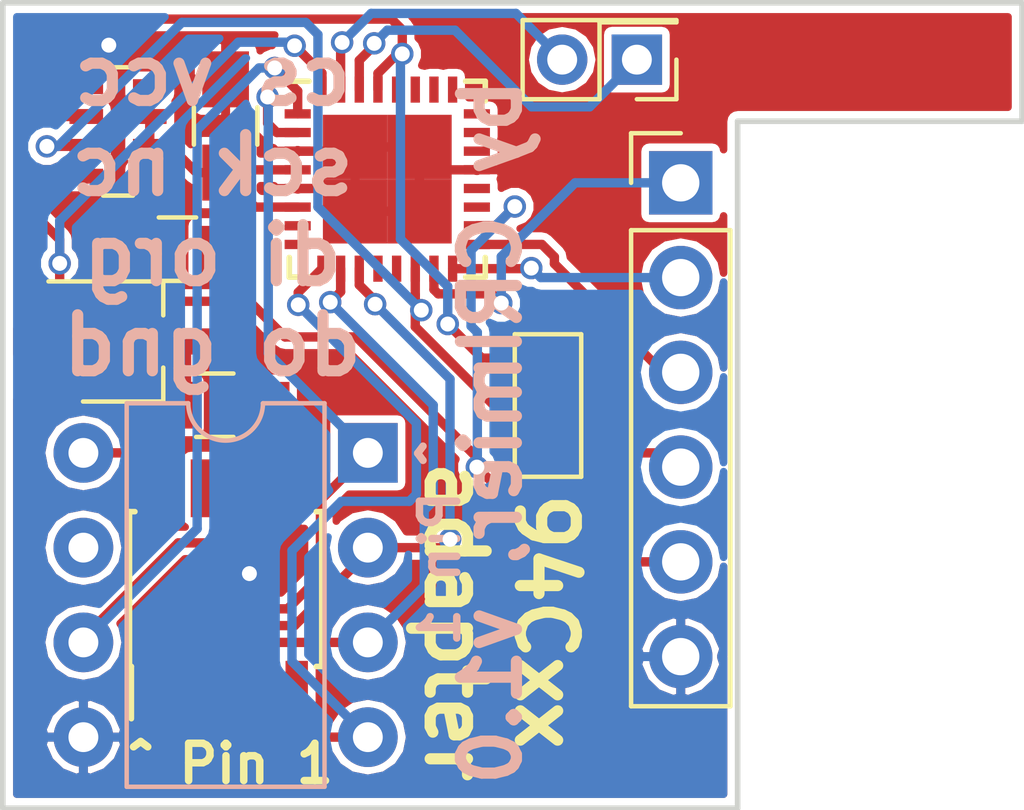
<source format=kicad_pcb>
(kicad_pcb (version 4) (host pcbnew 4.0.7)

  (general
    (links 47)
    (no_connects 0)
    (area 145.339999 91.999999 172.795001 113.740001)
    (thickness 1.6)
    (drawings 11)
    (tracks 210)
    (zones 0)
    (modules 11)
    (nets 17)
  )

  (page A4)
  (layers
    (0 F.Cu signal)
    (31 B.Cu signal)
    (32 B.Adhes user)
    (33 F.Adhes user)
    (34 B.Paste user)
    (35 F.Paste user)
    (36 B.SilkS user)
    (37 F.SilkS user)
    (38 B.Mask user)
    (39 F.Mask user)
    (40 Dwgs.User user)
    (41 Cmts.User user)
    (42 Eco1.User user)
    (43 Eco2.User user)
    (44 Edge.Cuts user)
    (45 Margin user)
    (46 B.CrtYd user)
    (47 F.CrtYd user)
    (48 B.Fab user hide)
    (49 F.Fab user hide)
  )

  (setup
    (last_trace_width 0.25)
    (user_trace_width 0.4)
    (user_trace_width 0.5)
    (user_trace_width 0.7)
    (user_trace_width 0.9)
    (user_trace_width 1)
    (user_trace_width 1.2)
    (trace_clearance 0.2)
    (zone_clearance 0.508)
    (zone_45_only no)
    (trace_min 0.2)
    (segment_width 0.2)
    (edge_width 0.15)
    (via_size 0.6)
    (via_drill 0.4)
    (via_min_size 0.4)
    (via_min_drill 0.3)
    (uvia_size 0.3)
    (uvia_drill 0.1)
    (uvias_allowed no)
    (uvia_min_size 0.2)
    (uvia_min_drill 0.1)
    (pcb_text_width 0.3)
    (pcb_text_size 1.5 1.5)
    (mod_edge_width 0.15)
    (mod_text_size 1 1)
    (mod_text_width 0.15)
    (pad_size 1.725 1.725)
    (pad_drill 0)
    (pad_to_mask_clearance 0.2)
    (aux_axis_origin 172.72 92.075)
    (visible_elements 7FFFFF7F)
    (pcbplotparams
      (layerselection 0x010f0_80000001)
      (usegerberextensions true)
      (usegerberattributes true)
      (excludeedgelayer true)
      (linewidth 0.100000)
      (plotframeref false)
      (viasonmask false)
      (mode 1)
      (useauxorigin true)
      (hpglpennumber 1)
      (hpglpenspeed 20)
      (hpglpendiameter 15)
      (hpglpenoverlay 2)
      (psnegative false)
      (psa4output false)
      (plotreference true)
      (plotvalue true)
      (plotinvisibletext false)
      (padsonsilk false)
      (subtractmaskfromsilk false)
      (outputformat 1)
      (mirror false)
      (drillshape 0)
      (scaleselection 1)
      (outputdirectory gerbers/))
  )

  (net 0 "")
  (net 1 +3V3)
  (net 2 GND)
  (net 3 MISO)
  (net 4 MOSI)
  (net 5 SCK)
  (net 6 CS)
  (net 7 RST)
  (net 8 "Net-(J3-Pad1)")
  (net 9 "Net-(J3-Pad2)")
  (net 10 EVCC_EN)
  (net 11 EVCC)
  (net 12 ORG)
  (net 13 ECS)
  (net 14 EDO)
  (net 15 EDI)
  (net 16 ESCK)

  (net_class Default "This is the default net class."
    (clearance 0.2)
    (trace_width 0.25)
    (via_dia 0.6)
    (via_drill 0.4)
    (uvia_dia 0.3)
    (uvia_drill 0.1)
    (add_net +3V3)
    (add_net CS)
    (add_net ECS)
    (add_net EDI)
    (add_net EDO)
    (add_net ESCK)
    (add_net EVCC)
    (add_net EVCC_EN)
    (add_net GND)
    (add_net MISO)
    (add_net MOSI)
    (add_net "Net-(J3-Pad1)")
    (add_net "Net-(J3-Pad2)")
    (add_net ORG)
    (add_net RST)
    (add_net SCK)
  )

  (module Capacitors_SMD:C_0805_HandSoldering (layer F.Cu) (tedit 5B04AF8E) (tstamp 5B04AED9)
    (at 150.094 98.679 180)
    (descr "Capacitor SMD 0805, hand soldering")
    (tags "capacitor 0805")
    (path /59A35F69)
    (attr smd)
    (fp_text reference C1 (at 0 -1.75 180) (layer F.SilkS) hide
      (effects (font (size 1 1) (thickness 0.15)))
    )
    (fp_text value C_Small (at 0 1.75 180) (layer F.Fab)
      (effects (font (size 1 1) (thickness 0.15)))
    )
    (fp_text user %R (at 0 -1.75 180) (layer F.Fab)
      (effects (font (size 1 1) (thickness 0.15)))
    )
    (fp_line (start -1 0.62) (end -1 -0.62) (layer F.Fab) (width 0.1))
    (fp_line (start 1 0.62) (end -1 0.62) (layer F.Fab) (width 0.1))
    (fp_line (start 1 -0.62) (end 1 0.62) (layer F.Fab) (width 0.1))
    (fp_line (start -1 -0.62) (end 1 -0.62) (layer F.Fab) (width 0.1))
    (fp_line (start 0.5 -0.85) (end -0.5 -0.85) (layer F.SilkS) (width 0.12))
    (fp_line (start -0.5 0.85) (end 0.5 0.85) (layer F.SilkS) (width 0.12))
    (fp_line (start -2.25 -0.88) (end 2.25 -0.88) (layer F.CrtYd) (width 0.05))
    (fp_line (start -2.25 -0.88) (end -2.25 0.87) (layer F.CrtYd) (width 0.05))
    (fp_line (start 2.25 0.87) (end 2.25 -0.88) (layer F.CrtYd) (width 0.05))
    (fp_line (start 2.25 0.87) (end -2.25 0.87) (layer F.CrtYd) (width 0.05))
    (pad 1 smd rect (at -1.25 0 180) (size 1.5 1.25) (layers F.Cu F.Paste F.Mask)
      (net 1 +3V3))
    (pad 2 smd rect (at 1.25 0 180) (size 1.5 1.25) (layers F.Cu F.Paste F.Mask)
      (net 2 GND))
    (model Capacitors_SMD.3dshapes/C_0805.wrl
      (at (xyz 0 0 0))
      (scale (xyz 1 1 1))
      (rotate (xyz 0 0 0))
    )
  )

  (module Capacitors_SMD:C_0805_HandSoldering (layer F.Cu) (tedit 5B04AF96) (tstamp 5B04AEDF)
    (at 151.384 95.377 90)
    (descr "Capacitor SMD 0805, hand soldering")
    (tags "capacitor 0805")
    (path /5B04C221)
    (attr smd)
    (fp_text reference C2 (at 0 -1.75 90) (layer F.SilkS) hide
      (effects (font (size 1 1) (thickness 0.15)))
    )
    (fp_text value C_Small (at 0 1.75 90) (layer F.Fab)
      (effects (font (size 1 1) (thickness 0.15)))
    )
    (fp_text user %R (at 0 -1.75 90) (layer F.Fab)
      (effects (font (size 1 1) (thickness 0.15)))
    )
    (fp_line (start -1 0.62) (end -1 -0.62) (layer F.Fab) (width 0.1))
    (fp_line (start 1 0.62) (end -1 0.62) (layer F.Fab) (width 0.1))
    (fp_line (start 1 -0.62) (end 1 0.62) (layer F.Fab) (width 0.1))
    (fp_line (start -1 -0.62) (end 1 -0.62) (layer F.Fab) (width 0.1))
    (fp_line (start 0.5 -0.85) (end -0.5 -0.85) (layer F.SilkS) (width 0.12))
    (fp_line (start -0.5 0.85) (end 0.5 0.85) (layer F.SilkS) (width 0.12))
    (fp_line (start -2.25 -0.88) (end 2.25 -0.88) (layer F.CrtYd) (width 0.05))
    (fp_line (start -2.25 -0.88) (end -2.25 0.87) (layer F.CrtYd) (width 0.05))
    (fp_line (start 2.25 0.87) (end 2.25 -0.88) (layer F.CrtYd) (width 0.05))
    (fp_line (start 2.25 0.87) (end -2.25 0.87) (layer F.CrtYd) (width 0.05))
    (pad 1 smd rect (at -1.25 0 90) (size 1.5 1.25) (layers F.Cu F.Paste F.Mask)
      (net 1 +3V3))
    (pad 2 smd rect (at 1.25 0 90) (size 1.5 1.25) (layers F.Cu F.Paste F.Mask)
      (net 2 GND))
    (model Capacitors_SMD.3dshapes/C_0805.wrl
      (at (xyz 0 0 0))
      (scale (xyz 1 1 1))
      (rotate (xyz 0 0 0))
    )
  )

  (module Connect:GS3 (layer F.Cu) (tedit 5B04B4DE) (tstamp 5B04AEE6)
    (at 160.02 102.87)
    (descr "3-pin solder bridge")
    (tags "solder bridge")
    (path /5B04AA14)
    (attr smd)
    (fp_text reference J1 (at -1.7 0 90) (layer F.SilkS) hide
      (effects (font (size 1 1) (thickness 0.15)))
    )
    (fp_text value GS3 (at 1.8 0 90) (layer F.Fab)
      (effects (font (size 1 1) (thickness 0.15)))
    )
    (fp_line (start -1.15 -2.15) (end 1.15 -2.15) (layer F.CrtYd) (width 0.05))
    (fp_line (start 1.15 -2.15) (end 1.15 2.15) (layer F.CrtYd) (width 0.05))
    (fp_line (start 1.15 2.15) (end -1.15 2.15) (layer F.CrtYd) (width 0.05))
    (fp_line (start -1.15 2.15) (end -1.15 -2.15) (layer F.CrtYd) (width 0.05))
    (fp_line (start -0.89 -1.91) (end -0.89 1.91) (layer F.SilkS) (width 0.12))
    (fp_line (start -0.89 1.91) (end 0.89 1.91) (layer F.SilkS) (width 0.12))
    (fp_line (start 0.89 1.91) (end 0.89 -1.91) (layer F.SilkS) (width 0.12))
    (fp_line (start -0.89 -1.91) (end 0.89 -1.91) (layer F.SilkS) (width 0.12))
    (pad 1 smd rect (at 0 -1.27) (size 1.27 0.97) (layers F.Cu F.Paste F.Mask)
      (net 7 RST))
    (pad 2 smd rect (at 0 0) (size 1.27 0.97) (layers F.Cu F.Paste F.Mask)
      (net 6 CS))
    (pad 3 smd rect (at 0 1.27) (size 1.27 0.97) (layers F.Cu F.Paste F.Mask)
      (net 6 CS))
  )

  (module Pin_Headers:Pin_Header_Straight_2x01_Pitch2.00mm (layer F.Cu) (tedit 5B04B06D) (tstamp 5B04AEEC)
    (at 162.401 93.599 180)
    (descr "Through hole straight pin header, 2x01, 2.00mm pitch, double rows")
    (tags "Through hole pin header THT 2x01 2.00mm double row")
    (path /5B04C04B)
    (fp_text reference J3 (at 1 -2.06 180) (layer F.SilkS) hide
      (effects (font (size 1 1) (thickness 0.15)))
    )
    (fp_text value Conn_01x02 (at 1 2.06 180) (layer F.Fab)
      (effects (font (size 1 1) (thickness 0.15)))
    )
    (fp_line (start 0 -1) (end 3 -1) (layer F.Fab) (width 0.1))
    (fp_line (start 3 -1) (end 3 1) (layer F.Fab) (width 0.1))
    (fp_line (start 3 1) (end -1 1) (layer F.Fab) (width 0.1))
    (fp_line (start -1 1) (end -1 0) (layer F.Fab) (width 0.1))
    (fp_line (start -1 0) (end 0 -1) (layer F.Fab) (width 0.1))
    (fp_line (start -1.06 1.06) (end 3.06 1.06) (layer F.SilkS) (width 0.12))
    (fp_line (start -1.06 1) (end -1.06 1.06) (layer F.SilkS) (width 0.12))
    (fp_line (start 3.06 -1.06) (end 3.06 1.06) (layer F.SilkS) (width 0.12))
    (fp_line (start -1.06 1) (end 1 1) (layer F.SilkS) (width 0.12))
    (fp_line (start 1 1) (end 1 -1.06) (layer F.SilkS) (width 0.12))
    (fp_line (start 1 -1.06) (end 3.06 -1.06) (layer F.SilkS) (width 0.12))
    (fp_line (start -1.06 0) (end -1.06 -1.06) (layer F.SilkS) (width 0.12))
    (fp_line (start -1.06 -1.06) (end 0 -1.06) (layer F.SilkS) (width 0.12))
    (fp_line (start -1.5 -1.5) (end -1.5 1.5) (layer F.CrtYd) (width 0.05))
    (fp_line (start -1.5 1.5) (end 3.5 1.5) (layer F.CrtYd) (width 0.05))
    (fp_line (start 3.5 1.5) (end 3.5 -1.5) (layer F.CrtYd) (width 0.05))
    (fp_line (start 3.5 -1.5) (end -1.5 -1.5) (layer F.CrtYd) (width 0.05))
    (fp_text user %R (at 1 0 270) (layer F.Fab)
      (effects (font (size 1 1) (thickness 0.15)))
    )
    (pad 1 thru_hole rect (at 0 0 180) (size 1.35 1.35) (drill 0.8) (layers *.Cu *.Mask)
      (net 8 "Net-(J3-Pad1)"))
    (pad 2 thru_hole oval (at 2 0 180) (size 1.35 1.35) (drill 0.8) (layers *.Cu *.Mask)
      (net 9 "Net-(J3-Pad2)"))
    (model ${KISYS3DMOD}/Pin_Headers.3dshapes/Pin_Header_Straight_2x01_Pitch2.00mm.wrl
      (at (xyz 0 0 0))
      (scale (xyz 1 1 1))
      (rotate (xyz 0 0 0))
    )
  )

  (module Pin_Headers:Pin_Header_Straight_1x06_Pitch2.54mm (layer F.Cu) (tedit 5B04AF6F) (tstamp 5B04AEF6)
    (at 163.576 96.901)
    (descr "Through hole straight pin header, 1x06, 2.54mm pitch, single row")
    (tags "Through hole pin header THT 1x06 2.54mm single row")
    (path /5B04BE14)
    (fp_text reference J4 (at 0 -2.33) (layer F.SilkS) hide
      (effects (font (size 1 1) (thickness 0.15)))
    )
    (fp_text value Conn_01x06 (at 0 15.03) (layer F.Fab)
      (effects (font (size 1 1) (thickness 0.15)))
    )
    (fp_line (start -0.635 -1.27) (end 1.27 -1.27) (layer F.Fab) (width 0.1))
    (fp_line (start 1.27 -1.27) (end 1.27 13.97) (layer F.Fab) (width 0.1))
    (fp_line (start 1.27 13.97) (end -1.27 13.97) (layer F.Fab) (width 0.1))
    (fp_line (start -1.27 13.97) (end -1.27 -0.635) (layer F.Fab) (width 0.1))
    (fp_line (start -1.27 -0.635) (end -0.635 -1.27) (layer F.Fab) (width 0.1))
    (fp_line (start -1.33 14.03) (end 1.33 14.03) (layer F.SilkS) (width 0.12))
    (fp_line (start -1.33 1.27) (end -1.33 14.03) (layer F.SilkS) (width 0.12))
    (fp_line (start 1.33 1.27) (end 1.33 14.03) (layer F.SilkS) (width 0.12))
    (fp_line (start -1.33 1.27) (end 1.33 1.27) (layer F.SilkS) (width 0.12))
    (fp_line (start -1.33 0) (end -1.33 -1.33) (layer F.SilkS) (width 0.12))
    (fp_line (start -1.33 -1.33) (end 0 -1.33) (layer F.SilkS) (width 0.12))
    (fp_line (start -1.8 -1.8) (end -1.8 14.5) (layer F.CrtYd) (width 0.05))
    (fp_line (start -1.8 14.5) (end 1.8 14.5) (layer F.CrtYd) (width 0.05))
    (fp_line (start 1.8 14.5) (end 1.8 -1.8) (layer F.CrtYd) (width 0.05))
    (fp_line (start 1.8 -1.8) (end -1.8 -1.8) (layer F.CrtYd) (width 0.05))
    (fp_text user %R (at 0 6.35 90) (layer F.Fab)
      (effects (font (size 1 1) (thickness 0.15)))
    )
    (pad 1 thru_hole rect (at 0 0) (size 1.7 1.7) (drill 1) (layers *.Cu *.Mask)
      (net 4 MOSI))
    (pad 2 thru_hole oval (at 0 2.54) (size 1.7 1.7) (drill 1) (layers *.Cu *.Mask)
      (net 3 MISO))
    (pad 3 thru_hole oval (at 0 5.08) (size 1.7 1.7) (drill 1) (layers *.Cu *.Mask)
      (net 5 SCK))
    (pad 4 thru_hole oval (at 0 7.62) (size 1.7 1.7) (drill 1) (layers *.Cu *.Mask)
      (net 6 CS))
    (pad 5 thru_hole oval (at 0 10.16) (size 1.7 1.7) (drill 1) (layers *.Cu *.Mask)
      (net 1 +3V3))
    (pad 6 thru_hole oval (at 0 12.7) (size 1.7 1.7) (drill 1) (layers *.Cu *.Mask)
      (net 2 GND))
    (model ${KISYS3DMOD}/Pin_Headers.3dshapes/Pin_Header_Straight_1x06_Pitch2.54mm.wrl
      (at (xyz 0 0 0))
      (scale (xyz 1 1 1))
      (rotate (xyz 0 0 0))
    )
  )

  (module TO_SOT_Packages_SMD:SOT-23W_Handsoldering (layer F.Cu) (tedit 5B04AF84) (tstamp 5B04AEFD)
    (at 148.639 101.153)
    (descr "SOT-23W http://www.allegromicro.com/~/media/Files/Datasheets/A112x-Datasheet.ashx?la=en&hash=7BC461E058CC246E0BAB62433B2F1ECA104CA9D3")
    (tags "SOT-23W for handsoldering")
    (path /5B04B64A)
    (attr smd)
    (fp_text reference Q1 (at 0 -2.5) (layer F.SilkS) hide
      (effects (font (size 1 1) (thickness 0.15)))
    )
    (fp_text value IRLML6401 (at 0 2.5) (layer F.Fab)
      (effects (font (size 1 1) (thickness 0.15)))
    )
    (fp_line (start 1.075 0.7) (end 1.075 1.61) (layer F.SilkS) (width 0.12))
    (fp_line (start 1.075 -1.6) (end 1.075 -0.7) (layer F.SilkS) (width 0.12))
    (fp_line (start -2 -1.61) (end 1.075 -1.61) (layer F.SilkS) (width 0.12))
    (fp_line (start -1.075 1.61) (end 1.075 1.61) (layer F.SilkS) (width 0.12))
    (fp_text user %R (at 0 0 90) (layer F.Fab)
      (effects (font (size 0.5 0.5) (thickness 0.075)))
    )
    (fp_line (start -0.955 -0.49) (end -0.955 1.49) (layer F.Fab) (width 0.1))
    (fp_line (start 0.045 -1.49) (end 0.955 -1.49) (layer F.Fab) (width 0.1))
    (fp_line (start -0.955 -0.49) (end 0.045 -1.49) (layer F.Fab) (width 0.1))
    (fp_line (start 0.955 -1.49) (end 0.955 1.49) (layer F.Fab) (width 0.1))
    (fp_line (start -0.955 1.49) (end 0.955 1.49) (layer F.Fab) (width 0.1))
    (fp_line (start -2.95 -1.74) (end 2.95 -1.74) (layer F.CrtYd) (width 0.05))
    (fp_line (start 2.95 -1.74) (end 2.95 1.74) (layer F.CrtYd) (width 0.05))
    (fp_line (start 2.95 1.74) (end -2.95 1.74) (layer F.CrtYd) (width 0.05))
    (fp_line (start -2.95 1.74) (end -2.95 -1.74) (layer F.CrtYd) (width 0.05))
    (pad 1 smd rect (at -1.7 -0.95) (size 2 0.7) (layers F.Cu F.Paste F.Mask)
      (net 10 EVCC_EN))
    (pad 2 smd rect (at -1.7 0.95) (size 2 0.7) (layers F.Cu F.Paste F.Mask)
      (net 1 +3V3))
    (pad 3 smd rect (at 1.7 0) (size 2 0.7) (layers F.Cu F.Paste F.Mask)
      (net 11 EVCC))
    (model ${KISYS3DMOD}/TO_SOT_Packages_SMD.3dshapes/SOT-23W_Handsoldering.wrl
      (at (xyz 0 0 0))
      (scale (xyz 1 1 1))
      (rotate (xyz 0 0 0))
    )
  )

  (module Resistors_SMD:R_Array_Concave_4x0603 (layer F.Cu) (tedit 5B04AF77) (tstamp 5B04AF09)
    (at 148.502 95.523)
    (descr "Thick Film Chip Resistor Array, Wave soldering, Vishay CRA06P (see cra06p.pdf)")
    (tags "resistor array")
    (path /5B04AC10)
    (attr smd)
    (fp_text reference RN1 (at 0 -2.6) (layer F.SilkS) hide
      (effects (font (size 1 1) (thickness 0.15)))
    )
    (fp_text value 10K (at 0 2.6) (layer F.Fab)
      (effects (font (size 1 1) (thickness 0.15)))
    )
    (fp_text user %R (at 0 0 90) (layer F.Fab)
      (effects (font (size 0.5 0.5) (thickness 0.075)))
    )
    (fp_line (start -0.8 -1.6) (end 0.8 -1.6) (layer F.Fab) (width 0.1))
    (fp_line (start 0.8 -1.6) (end 0.8 1.6) (layer F.Fab) (width 0.1))
    (fp_line (start 0.8 1.6) (end -0.8 1.6) (layer F.Fab) (width 0.1))
    (fp_line (start -0.8 1.6) (end -0.8 -1.6) (layer F.Fab) (width 0.1))
    (fp_line (start 0.4 1.72) (end -0.4 1.72) (layer F.SilkS) (width 0.12))
    (fp_line (start 0.4 -1.72) (end -0.4 -1.72) (layer F.SilkS) (width 0.12))
    (fp_line (start -1.55 -1.88) (end 1.55 -1.88) (layer F.CrtYd) (width 0.05))
    (fp_line (start -1.55 -1.88) (end -1.55 1.87) (layer F.CrtYd) (width 0.05))
    (fp_line (start 1.55 1.87) (end 1.55 -1.88) (layer F.CrtYd) (width 0.05))
    (fp_line (start 1.55 1.87) (end -1.55 1.87) (layer F.CrtYd) (width 0.05))
    (pad 2 smd rect (at -0.85 -0.4) (size 0.9 0.4) (layers F.Cu F.Paste F.Mask)
      (net 10 EVCC_EN))
    (pad 3 smd rect (at -0.85 0.4) (size 0.9 0.4) (layers F.Cu F.Paste F.Mask)
      (net 6 CS))
    (pad 1 smd rect (at -0.85 -1.2) (size 0.9 0.4) (layers F.Cu F.Paste F.Mask)
      (net 7 RST))
    (pad 4 smd rect (at -0.85 1.2) (size 0.9 0.4) (layers F.Cu F.Paste F.Mask))
    (pad 8 smd rect (at 0.85 -1.2) (size 0.9 0.4) (layers F.Cu F.Paste F.Mask)
      (net 1 +3V3))
    (pad 7 smd rect (at 0.85 -0.4) (size 0.9 0.4) (layers F.Cu F.Paste F.Mask)
      (net 1 +3V3))
    (pad 6 smd rect (at 0.85 0.4) (size 0.9 0.4) (layers F.Cu F.Paste F.Mask)
      (net 1 +3V3))
    (pad 5 smd rect (at 0.85 1.2) (size 0.9 0.4) (layers F.Cu F.Paste F.Mask))
    (model ${KISYS3DMOD}/Resistors_SMD.3dshapes/R_Array_Concave_4x0603.wrl
      (at (xyz 0 0 0))
      (scale (xyz 1 1 1))
      (rotate (xyz 0 0 0))
    )
  )

  (module Housings_DFN_QFN:QFN-32-1EP_5x5mm_Pitch0.5mm (layer F.Cu) (tedit 5B04B3E4) (tstamp 5B04AF31)
    (at 155.715 96.802)
    (descr "UH Package; 32-Lead Plastic QFN (5mm x 5mm); (see Linear Technology QFN_32_05-08-1693.pdf)")
    (tags "QFN 0.5")
    (path /5B04AA9F)
    (attr smd)
    (fp_text reference U1 (at 0 -3.75) (layer F.SilkS) hide
      (effects (font (size 1 1) (thickness 0.15)))
    )
    (fp_text value ATMEGA328P-AU (at 0 3.75) (layer F.Fab)
      (effects (font (size 1 1) (thickness 0.15)))
    )
    (fp_line (start -1.5 -2.5) (end 2.5 -2.5) (layer F.Fab) (width 0.15))
    (fp_line (start 2.5 -2.5) (end 2.5 2.5) (layer F.Fab) (width 0.15))
    (fp_line (start 2.5 2.5) (end -2.5 2.5) (layer F.Fab) (width 0.15))
    (fp_line (start -2.5 2.5) (end -2.5 -1.5) (layer F.Fab) (width 0.15))
    (fp_line (start -2.5 -1.5) (end -1.5 -2.5) (layer F.Fab) (width 0.15))
    (fp_line (start -3 -3) (end -3 3) (layer F.CrtYd) (width 0.05))
    (fp_line (start 3 -3) (end 3 3) (layer F.CrtYd) (width 0.05))
    (fp_line (start -3 -3) (end 3 -3) (layer F.CrtYd) (width 0.05))
    (fp_line (start -3 3) (end 3 3) (layer F.CrtYd) (width 0.05))
    (fp_line (start 2.625 -2.625) (end 2.625 -2.1) (layer F.SilkS) (width 0.15))
    (fp_line (start -2.625 2.625) (end -2.625 2.1) (layer F.SilkS) (width 0.15))
    (fp_line (start 2.625 2.625) (end 2.625 2.1) (layer F.SilkS) (width 0.15))
    (fp_line (start -2.625 -2.625) (end -2.1 -2.625) (layer F.SilkS) (width 0.15))
    (fp_line (start -2.625 2.625) (end -2.1 2.625) (layer F.SilkS) (width 0.15))
    (fp_line (start 2.625 2.625) (end 2.1 2.625) (layer F.SilkS) (width 0.15))
    (fp_line (start 2.625 -2.625) (end 2.1 -2.625) (layer F.SilkS) (width 0.15))
    (pad 1 smd rect (at -2.4 -1.75) (size 0.7 0.25) (layers F.Cu F.Paste F.Mask)
      (net 12 ORG))
    (pad 2 smd rect (at -2.4 -1.25) (size 0.7 0.25) (layers F.Cu F.Paste F.Mask)
      (net 13 ECS))
    (pad 3 smd rect (at -2.4 -0.75) (size 0.7 0.25) (layers F.Cu F.Paste F.Mask)
      (net 2 GND))
    (pad 4 smd rect (at -2.4 -0.25) (size 0.7 0.25) (layers F.Cu F.Paste F.Mask)
      (net 1 +3V3))
    (pad 5 smd rect (at -2.4 0.25) (size 0.7 0.25) (layers F.Cu F.Paste F.Mask)
      (net 2 GND))
    (pad 6 smd rect (at -2.4 0.75) (size 0.7 0.25) (layers F.Cu F.Paste F.Mask)
      (net 1 +3V3))
    (pad 7 smd rect (at -2.4 1.25) (size 0.7 0.25) (layers F.Cu F.Paste F.Mask))
    (pad 8 smd rect (at -2.4 1.75) (size 0.7 0.25) (layers F.Cu F.Paste F.Mask))
    (pad 9 smd rect (at -1.75 2.4 90) (size 0.7 0.25) (layers F.Cu F.Paste F.Mask)
      (net 14 EDO))
    (pad 10 smd rect (at -1.25 2.4 90) (size 0.7 0.25) (layers F.Cu F.Paste F.Mask)
      (net 15 EDI))
    (pad 11 smd rect (at -0.75 2.4 90) (size 0.7 0.25) (layers F.Cu F.Paste F.Mask)
      (net 16 ESCK))
    (pad 12 smd rect (at -0.25 2.4 90) (size 0.7 0.25) (layers F.Cu F.Paste F.Mask))
    (pad 13 smd rect (at 0.25 2.4 90) (size 0.7 0.25) (layers F.Cu F.Paste F.Mask))
    (pad 14 smd rect (at 0.75 2.4 90) (size 0.7 0.25) (layers F.Cu F.Paste F.Mask)
      (net 6 CS))
    (pad 15 smd rect (at 1.25 2.4 90) (size 0.7 0.25) (layers F.Cu F.Paste F.Mask)
      (net 4 MOSI))
    (pad 16 smd rect (at 1.75 2.4 90) (size 0.7 0.25) (layers F.Cu F.Paste F.Mask)
      (net 3 MISO))
    (pad 17 smd rect (at 2.4 1.75) (size 0.7 0.25) (layers F.Cu F.Paste F.Mask)
      (net 5 SCK))
    (pad 18 smd rect (at 2.4 1.25) (size 0.7 0.25) (layers F.Cu F.Paste F.Mask)
      (net 1 +3V3))
    (pad 19 smd rect (at 2.4 0.75) (size 0.7 0.25) (layers F.Cu F.Paste F.Mask))
    (pad 20 smd rect (at 2.4 0.25) (size 0.7 0.25) (layers F.Cu F.Paste F.Mask))
    (pad 21 smd rect (at 2.4 -0.25) (size 0.7 0.25) (layers F.Cu F.Paste F.Mask)
      (net 2 GND))
    (pad 22 smd rect (at 2.4 -0.75) (size 0.7 0.25) (layers F.Cu F.Paste F.Mask))
    (pad 23 smd rect (at 2.4 -1.25) (size 0.7 0.25) (layers F.Cu F.Paste F.Mask))
    (pad 24 smd rect (at 2.4 -1.75) (size 0.7 0.25) (layers F.Cu F.Paste F.Mask))
    (pad 25 smd rect (at 1.75 -2.4 90) (size 0.7 0.25) (layers F.Cu F.Paste F.Mask))
    (pad 26 smd rect (at 1.25 -2.4 90) (size 0.7 0.25) (layers F.Cu F.Paste F.Mask))
    (pad 27 smd rect (at 0.75 -2.4 90) (size 0.7 0.25) (layers F.Cu F.Paste F.Mask))
    (pad 28 smd rect (at 0.25 -2.4 90) (size 0.7 0.25) (layers F.Cu F.Paste F.Mask))
    (pad 29 smd rect (at -0.25 -2.4 90) (size 0.7 0.25) (layers F.Cu F.Paste F.Mask)
      (net 7 RST))
    (pad 30 smd rect (at -0.75 -2.4 90) (size 0.7 0.25) (layers F.Cu F.Paste F.Mask)
      (net 8 "Net-(J3-Pad1)"))
    (pad 31 smd rect (at -1.25 -2.4 90) (size 0.7 0.25) (layers F.Cu F.Paste F.Mask)
      (net 9 "Net-(J3-Pad2)"))
    (pad 32 smd rect (at -1.75 -2.4 90) (size 0.7 0.25) (layers F.Cu F.Paste F.Mask)
      (net 10 EVCC_EN))
    (pad 33 smd rect (at 0.8625 0.8625) (size 1.725 1.725) (layers F.Cu F.Paste F.Mask)
      (net 2 GND) (solder_paste_margin_ratio -0.2))
    (pad 33 smd rect (at 0.8625 -0.8625) (size 1.725 1.725) (layers F.Cu F.Paste F.Mask)
      (net 2 GND) (solder_paste_margin_ratio -0.2))
    (pad 33 smd rect (at -0.8625 0.8625) (size 1.725 1.725) (layers F.Cu F.Paste F.Mask)
      (net 2 GND) (solder_paste_margin_ratio -0.2))
    (pad 33 smd rect (at -0.8625 -0.8625) (size 1.725 1.725) (layers F.Cu F.Paste F.Mask)
      (net 2 GND) (solder_paste_margin_ratio -0.2))
    (model ${KISYS3DMOD}/Housings_DFN_QFN.3dshapes/QFN-32-1EP_5x5mm_Pitch0.5mm.wrl
      (at (xyz 0 0 0))
      (scale (xyz 1 1 1))
      (rotate (xyz 0 0 0))
    )
  )

  (module Housings_SOIC:SOIC-8_3.9x4.9mm_Pitch1.27mm (layer F.Cu) (tedit 5B04AED9) (tstamp 5B04AF3D)
    (at 151.384 107.79 90)
    (descr "8-Lead Plastic Small Outline (SN) - Narrow, 3.90 mm Body [SOIC] (see Microchip Packaging Specification 00000049BS.pdf)")
    (tags "SOIC 1.27")
    (path /5B04AEF9)
    (attr smd)
    (fp_text reference U2 (at 0 -3.5 90) (layer F.SilkS) hide
      (effects (font (size 1 1) (thickness 0.15)))
    )
    (fp_text value 93CxxC (at 0 3.5 90) (layer F.Fab)
      (effects (font (size 1 1) (thickness 0.15)))
    )
    (fp_text user %R (at 0 0 90) (layer F.Fab)
      (effects (font (size 1 1) (thickness 0.15)))
    )
    (fp_line (start -0.95 -2.45) (end 1.95 -2.45) (layer F.Fab) (width 0.1))
    (fp_line (start 1.95 -2.45) (end 1.95 2.45) (layer F.Fab) (width 0.1))
    (fp_line (start 1.95 2.45) (end -1.95 2.45) (layer F.Fab) (width 0.1))
    (fp_line (start -1.95 2.45) (end -1.95 -1.45) (layer F.Fab) (width 0.1))
    (fp_line (start -1.95 -1.45) (end -0.95 -2.45) (layer F.Fab) (width 0.1))
    (fp_line (start -3.73 -2.7) (end -3.73 2.7) (layer F.CrtYd) (width 0.05))
    (fp_line (start 3.73 -2.7) (end 3.73 2.7) (layer F.CrtYd) (width 0.05))
    (fp_line (start -3.73 -2.7) (end 3.73 -2.7) (layer F.CrtYd) (width 0.05))
    (fp_line (start -3.73 2.7) (end 3.73 2.7) (layer F.CrtYd) (width 0.05))
    (fp_line (start -2.075 -2.575) (end -2.075 -2.525) (layer F.SilkS) (width 0.15))
    (fp_line (start 2.075 -2.575) (end 2.075 -2.43) (layer F.SilkS) (width 0.15))
    (fp_line (start 2.075 2.575) (end 2.075 2.43) (layer F.SilkS) (width 0.15))
    (fp_line (start -2.075 2.575) (end -2.075 2.43) (layer F.SilkS) (width 0.15))
    (fp_line (start -2.075 -2.575) (end 2.075 -2.575) (layer F.SilkS) (width 0.15))
    (fp_line (start -2.075 2.575) (end 2.075 2.575) (layer F.SilkS) (width 0.15))
    (fp_line (start -2.075 -2.525) (end -3.475 -2.525) (layer F.SilkS) (width 0.15))
    (pad 1 smd rect (at -2.7 -1.905 90) (size 1.55 0.6) (layers F.Cu F.Paste F.Mask)
      (net 13 ECS))
    (pad 2 smd rect (at -2.7 -0.635 90) (size 1.55 0.6) (layers F.Cu F.Paste F.Mask)
      (net 16 ESCK))
    (pad 3 smd rect (at -2.7 0.635 90) (size 1.55 0.6) (layers F.Cu F.Paste F.Mask)
      (net 15 EDI))
    (pad 4 smd rect (at -2.7 1.905 90) (size 1.55 0.6) (layers F.Cu F.Paste F.Mask)
      (net 14 EDO))
    (pad 5 smd rect (at 2.7 1.905 90) (size 1.55 0.6) (layers F.Cu F.Paste F.Mask)
      (net 2 GND))
    (pad 6 smd rect (at 2.7 0.635 90) (size 1.55 0.6) (layers F.Cu F.Paste F.Mask)
      (net 12 ORG))
    (pad 7 smd rect (at 2.7 -0.635 90) (size 1.55 0.6) (layers F.Cu F.Paste F.Mask))
    (pad 8 smd rect (at 2.7 -1.905 90) (size 1.55 0.6) (layers F.Cu F.Paste F.Mask)
      (net 11 EVCC))
    (model ${KISYS3DMOD}/Housings_SOIC.3dshapes/SOIC-8_3.9x4.9mm_Pitch1.27mm.wrl
      (at (xyz 0 0 0))
      (scale (xyz 1 1 1))
      (rotate (xyz 0 0 0))
    )
  )

  (module Housings_DIP:DIP-8_W7.62mm (layer B.Cu) (tedit 5B04AED6) (tstamp 5B04AF49)
    (at 155.194 104.14 180)
    (descr "8-lead though-hole mounted DIP package, row spacing 7.62 mm (300 mils)")
    (tags "THT DIP DIL PDIP 2.54mm 7.62mm 300mil")
    (path /5B04AF68)
    (fp_text reference U3 (at 3.81 2.33 180) (layer B.SilkS) hide
      (effects (font (size 1 1) (thickness 0.15)) (justify mirror))
    )
    (fp_text value 93CxxC (at 3.81 -9.95 180) (layer B.Fab)
      (effects (font (size 1 1) (thickness 0.15)) (justify mirror))
    )
    (fp_arc (start 3.81 1.33) (end 2.81 1.33) (angle 180) (layer B.SilkS) (width 0.12))
    (fp_line (start 1.635 1.27) (end 6.985 1.27) (layer B.Fab) (width 0.1))
    (fp_line (start 6.985 1.27) (end 6.985 -8.89) (layer B.Fab) (width 0.1))
    (fp_line (start 6.985 -8.89) (end 0.635 -8.89) (layer B.Fab) (width 0.1))
    (fp_line (start 0.635 -8.89) (end 0.635 0.27) (layer B.Fab) (width 0.1))
    (fp_line (start 0.635 0.27) (end 1.635 1.27) (layer B.Fab) (width 0.1))
    (fp_line (start 2.81 1.33) (end 1.16 1.33) (layer B.SilkS) (width 0.12))
    (fp_line (start 1.16 1.33) (end 1.16 -8.95) (layer B.SilkS) (width 0.12))
    (fp_line (start 1.16 -8.95) (end 6.46 -8.95) (layer B.SilkS) (width 0.12))
    (fp_line (start 6.46 -8.95) (end 6.46 1.33) (layer B.SilkS) (width 0.12))
    (fp_line (start 6.46 1.33) (end 4.81 1.33) (layer B.SilkS) (width 0.12))
    (fp_line (start -1.1 1.55) (end -1.1 -9.15) (layer B.CrtYd) (width 0.05))
    (fp_line (start -1.1 -9.15) (end 8.7 -9.15) (layer B.CrtYd) (width 0.05))
    (fp_line (start 8.7 -9.15) (end 8.7 1.55) (layer B.CrtYd) (width 0.05))
    (fp_line (start 8.7 1.55) (end -1.1 1.55) (layer B.CrtYd) (width 0.05))
    (fp_text user %R (at 3.81 -3.81 180) (layer B.Fab)
      (effects (font (size 1 1) (thickness 0.15)) (justify mirror))
    )
    (pad 1 thru_hole rect (at 0 0 180) (size 1.6 1.6) (drill 0.8) (layers *.Cu *.Mask)
      (net 13 ECS))
    (pad 5 thru_hole oval (at 7.62 -7.62 180) (size 1.6 1.6) (drill 0.8) (layers *.Cu *.Mask)
      (net 2 GND))
    (pad 2 thru_hole oval (at 0 -2.54 180) (size 1.6 1.6) (drill 0.8) (layers *.Cu *.Mask)
      (net 16 ESCK))
    (pad 6 thru_hole oval (at 7.62 -5.08 180) (size 1.6 1.6) (drill 0.8) (layers *.Cu *.Mask)
      (net 12 ORG))
    (pad 3 thru_hole oval (at 0 -5.08 180) (size 1.6 1.6) (drill 0.8) (layers *.Cu *.Mask)
      (net 15 EDI))
    (pad 7 thru_hole oval (at 7.62 -2.54 180) (size 1.6 1.6) (drill 0.8) (layers *.Cu *.Mask))
    (pad 4 thru_hole oval (at 0 -7.62 180) (size 1.6 1.6) (drill 0.8) (layers *.Cu *.Mask)
      (net 14 EDO))
    (pad 8 thru_hole oval (at 7.62 0 180) (size 1.6 1.6) (drill 0.8) (layers *.Cu *.Mask)
      (net 11 EVCC))
    (model ${KISYS3DMOD}/Housings_DIP.3dshapes/DIP-8_W7.62mm.wrl
      (at (xyz 0 0 0))
      (scale (xyz 1 1 1))
      (rotate (xyz 0 0 0))
    )
  )

  (module Capacitors_SMD:C_0805_HandSoldering (layer F.Cu) (tedit 5B04B4D9) (tstamp 5B04B42F)
    (at 151.09412 102.86238)
    (descr "Capacitor SMD 0805, hand soldering")
    (tags "capacitor 0805")
    (path /5B04D057)
    (attr smd)
    (fp_text reference C3 (at 0 -1.75) (layer F.SilkS) hide
      (effects (font (size 1 1) (thickness 0.15)))
    )
    (fp_text value C_Small (at 0 1.75) (layer F.Fab)
      (effects (font (size 1 1) (thickness 0.15)))
    )
    (fp_text user %R (at 0 -1.75) (layer F.Fab)
      (effects (font (size 1 1) (thickness 0.15)))
    )
    (fp_line (start -1 0.62) (end -1 -0.62) (layer F.Fab) (width 0.1))
    (fp_line (start 1 0.62) (end -1 0.62) (layer F.Fab) (width 0.1))
    (fp_line (start 1 -0.62) (end 1 0.62) (layer F.Fab) (width 0.1))
    (fp_line (start -1 -0.62) (end 1 -0.62) (layer F.Fab) (width 0.1))
    (fp_line (start 0.5 -0.85) (end -0.5 -0.85) (layer F.SilkS) (width 0.12))
    (fp_line (start -0.5 0.85) (end 0.5 0.85) (layer F.SilkS) (width 0.12))
    (fp_line (start -2.25 -0.88) (end 2.25 -0.88) (layer F.CrtYd) (width 0.05))
    (fp_line (start -2.25 -0.88) (end -2.25 0.87) (layer F.CrtYd) (width 0.05))
    (fp_line (start 2.25 0.87) (end 2.25 -0.88) (layer F.CrtYd) (width 0.05))
    (fp_line (start 2.25 0.87) (end -2.25 0.87) (layer F.CrtYd) (width 0.05))
    (pad 1 smd rect (at -1.25 0) (size 1.5 1.25) (layers F.Cu F.Paste F.Mask)
      (net 11 EVCC))
    (pad 2 smd rect (at 1.25 0) (size 1.5 1.25) (layers F.Cu F.Paste F.Mask)
      (net 2 GND))
    (model Capacitors_SMD.3dshapes/C_0805.wrl
      (at (xyz 0 0 0))
      (scale (xyz 1 1 1))
      (rotate (xyz 0 0 0))
    )
  )

  (gr_text "by CRImier, v1.0" (at 158.496 103.5812 90) (layer B.SilkS)
    (effects (font (size 1.5 1.5) (thickness 0.3)) (justify mirror))
  )
  (gr_text "^ Pin 1" (at 157.1244 106.5784 90) (layer B.SilkS) (tstamp 5B04B59E)
    (effects (font (size 1 1) (thickness 0.2)) (justify mirror))
  )
  (gr_text "^ Pin 1" (at 151.5364 112.4712) (layer F.SilkS)
    (effects (font (size 1 1) (thickness 0.2)))
  )
  (gr_text "94Cxx\nadapter" (at 158.75 108.6612 270) (layer F.SilkS)
    (effects (font (size 1.5 1.5) (thickness 0.3)))
  )
  (gr_text "cs vcc\nsck nc\ndi org\ndo gnd" (at 151.0284 97.6376) (layer B.SilkS)
    (effects (font (size 1.5 1.5) (thickness 0.3)) (justify mirror))
  )
  (gr_line (start 165.1 113.665) (end 145.415 113.665) (layer Edge.Cuts) (width 0.15))
  (gr_line (start 165.1 95.25) (end 165.1 113.665) (layer Edge.Cuts) (width 0.15))
  (gr_line (start 172.72 95.25) (end 165.1 95.25) (layer Edge.Cuts) (width 0.15))
  (gr_line (start 172.72 92.075) (end 172.72 95.25) (layer Edge.Cuts) (width 0.15))
  (gr_line (start 145.415 92.075) (end 172.72 92.075) (layer Edge.Cuts) (width 0.15))
  (gr_line (start 145.415 113.665) (end 145.415 92.075) (layer Edge.Cuts) (width 0.15))

  (segment (start 159.131 97.536) (end 157.959392 98.707608) (width 0.25) (layer B.Cu) (net 1))
  (segment (start 157.959392 98.707608) (end 157.959392 100.739744) (width 0.25) (layer B.Cu) (net 1))
  (segment (start 157.959392 100.739744) (end 158.127566 100.907918) (width 0.25) (layer B.Cu) (net 1))
  (segment (start 158.127566 100.907918) (end 158.127566 104.508434) (width 0.25) (layer B.Cu) (net 1))
  (segment (start 158.127566 104.508434) (end 158.115 104.521) (width 0.25) (layer B.Cu) (net 1))
  (segment (start 158.115 104.262928) (end 158.115 104.521) (width 0.25) (layer F.Cu) (net 1))
  (segment (start 154.884324 101.032252) (end 158.115 104.262928) (width 0.25) (layer F.Cu) (net 1))
  (segment (start 152.975252 101.032252) (end 154.884324 101.032252) (width 0.25) (layer F.Cu) (net 1))
  (segment (start 152.019 100.076) (end 152.975252 101.032252) (width 0.25) (layer F.Cu) (net 1))
  (segment (start 151.344 98.679) (end 151.344 99.401) (width 0.25) (layer F.Cu) (net 1))
  (segment (start 151.344 99.401) (end 151.384 99.441) (width 0.25) (layer F.Cu) (net 1))
  (segment (start 158.115 104.521) (end 160.655 107.061) (width 0.25) (layer F.Cu) (net 1))
  (via (at 158.115 104.521) (size 0.6) (drill 0.4) (layers F.Cu B.Cu) (net 1))
  (segment (start 161.29 107.061) (end 163.576 107.061) (width 0.25) (layer F.Cu) (net 1))
  (segment (start 160.655 107.061) (end 161.29 107.061) (width 0.25) (layer F.Cu) (net 1))
  (segment (start 158.115 98.052) (end 158.615 98.052) (width 0.25) (layer F.Cu) (net 1))
  (segment (start 158.615 98.052) (end 159.131 97.536) (width 0.25) (layer F.Cu) (net 1))
  (via (at 159.131 97.536) (size 0.6) (drill 0.4) (layers F.Cu B.Cu) (net 1))
  (segment (start 151.765 99.822) (end 152.019 100.076) (width 0.25) (layer F.Cu) (net 1))
  (segment (start 151.638 100.076) (end 152.019 100.076) (width 0.25) (layer F.Cu) (net 1))
  (segment (start 151.384 99.441) (end 151.765 99.822) (width 0.25) (layer F.Cu) (net 1))
  (segment (start 151.765 99.822) (end 151.765 99.949) (width 0.25) (layer F.Cu) (net 1))
  (segment (start 148.971 100.076) (end 151.638 100.076) (width 0.25) (layer F.Cu) (net 1))
  (segment (start 151.765 99.949) (end 151.638 100.076) (width 0.25) (layer F.Cu) (net 1))
  (segment (start 148.717 100.33) (end 148.971 100.076) (width 0.25) (layer F.Cu) (net 1))
  (segment (start 148.717 100.965) (end 148.717 100.33) (width 0.25) (layer F.Cu) (net 1))
  (segment (start 147.579 102.103) (end 148.717 100.965) (width 0.25) (layer F.Cu) (net 1))
  (segment (start 146.939 102.103) (end 147.579 102.103) (width 0.25) (layer F.Cu) (net 1))
  (segment (start 151.384 96.627) (end 151.384 99.441) (width 0.25) (layer F.Cu) (net 1))
  (segment (start 153.315 97.552) (end 152.17633 97.552) (width 0.25) (layer F.Cu) (net 1))
  (segment (start 152.17633 97.552) (end 151.384 96.75967) (width 0.25) (layer F.Cu) (net 1))
  (segment (start 151.384 96.75967) (end 151.384 96.627) (width 0.25) (layer F.Cu) (net 1))
  (segment (start 153.315 96.552) (end 151.459 96.552) (width 0.25) (layer F.Cu) (net 1))
  (segment (start 151.459 96.552) (end 151.384 96.627) (width 0.25) (layer F.Cu) (net 1))
  (segment (start 149.898 95.923) (end 150.602 96.627) (width 0.25) (layer F.Cu) (net 1))
  (segment (start 150.602 96.627) (end 151.384 96.627) (width 0.25) (layer F.Cu) (net 1))
  (segment (start 149.352 95.923) (end 149.898 95.923) (width 0.25) (layer F.Cu) (net 1))
  (segment (start 149.352 95.123) (end 149.352 95.923) (width 0.25) (layer F.Cu) (net 1))
  (segment (start 149.352 94.323) (end 149.352 95.123) (width 0.25) (layer F.Cu) (net 1))
  (via (at 148.254214 93.21073) (size 0.6) (drill 0.4) (layers F.Cu B.Cu) (net 2))
  (segment (start 150.46773 93.21073) (end 148.254214 93.21073) (width 0.25) (layer F.Cu) (net 2))
  (segment (start 151.384 94.127) (end 150.46773 93.21073) (width 0.25) (layer F.Cu) (net 2))
  (segment (start 153.315 97.052) (end 154.24 97.052) (width 0.25) (layer F.Cu) (net 2))
  (segment (start 154.24 97.052) (end 154.8525 97.6645) (width 0.25) (layer F.Cu) (net 2))
  (segment (start 153.315 96.052) (end 154.74 96.052) (width 0.25) (layer F.Cu) (net 2))
  (segment (start 154.74 96.052) (end 154.8525 95.9395) (width 0.25) (layer F.Cu) (net 2))
  (segment (start 156.5775 97.6645) (end 154.8525 97.6645) (width 0.25) (layer F.Cu) (net 2))
  (segment (start 158.115 96.552) (end 157.19 96.552) (width 0.25) (layer F.Cu) (net 2))
  (segment (start 157.19 96.552) (end 156.5775 95.9395) (width 0.25) (layer F.Cu) (net 2))
  (segment (start 156.5775 95.9395) (end 156.5775 97.6645) (width 0.25) (layer F.Cu) (net 2))
  (segment (start 154.8525 95.9395) (end 156.5775 95.9395) (width 0.25) (layer F.Cu) (net 2))
  (segment (start 153.289 105.09) (end 153.289 106.1085) (width 0.25) (layer F.Cu) (net 2))
  (segment (start 153.289 106.1085) (end 152.02154 107.37596) (width 0.25) (layer F.Cu) (net 2))
  (via (at 152.02154 107.37596) (size 0.6) (drill 0.4) (layers F.Cu B.Cu) (net 2))
  (segment (start 163.576 99.441) (end 159.826911 99.441) (width 0.25) (layer B.Cu) (net 3))
  (segment (start 159.557911 99.202) (end 159.572911 99.187) (width 0.25) (layer F.Cu) (net 3))
  (segment (start 159.826911 99.441) (end 159.572911 99.187) (width 0.25) (layer B.Cu) (net 3))
  (via (at 159.572911 99.187) (size 0.6) (drill 0.4) (layers F.Cu B.Cu) (net 3))
  (segment (start 157.465 99.202) (end 159.557911 99.202) (width 0.25) (layer F.Cu) (net 3))
  (segment (start 158.769127 98.877871) (end 158.769127 100.12391) (width 0.25) (layer B.Cu) (net 4))
  (segment (start 160.745998 96.901) (end 158.769127 98.877871) (width 0.25) (layer B.Cu) (net 4))
  (segment (start 163.576 96.901) (end 160.745998 96.901) (width 0.25) (layer B.Cu) (net 4))
  (segment (start 156.965 99.762002) (end 157.079999 99.877001) (width 0.25) (layer F.Cu) (net 4))
  (segment (start 156.965 99.202) (end 156.965 99.762002) (width 0.25) (layer F.Cu) (net 4))
  (via (at 158.769127 100.12391) (size 0.6) (drill 0.4) (layers F.Cu B.Cu) (net 4))
  (segment (start 158.522218 99.877001) (end 158.769127 100.12391) (width 0.25) (layer F.Cu) (net 4))
  (segment (start 157.079999 99.877001) (end 158.522218 99.877001) (width 0.25) (layer F.Cu) (net 4))
  (segment (start 163.104002 101.981) (end 163.576 101.981) (width 0.25) (layer F.Cu) (net 5))
  (segment (start 158.115 98.552) (end 159.856956 98.552) (width 0.25) (layer F.Cu) (net 5))
  (segment (start 160.191954 98.886998) (end 160.191954 99.068952) (width 0.25) (layer F.Cu) (net 5))
  (segment (start 159.856956 98.552) (end 160.191954 98.886998) (width 0.25) (layer F.Cu) (net 5))
  (segment (start 160.191954 99.068952) (end 163.104002 101.981) (width 0.25) (layer F.Cu) (net 5))
  (segment (start 153.857213 92.926119) (end 153.857213 97.54643) (width 0.25) (layer B.Cu) (net 6))
  (segment (start 153.532354 92.60126) (end 153.857213 92.926119) (width 0.25) (layer B.Cu) (net 6))
  (segment (start 150.21181 92.60126) (end 153.532354 92.60126) (width 0.25) (layer B.Cu) (net 6))
  (segment (start 146.596 95.923) (end 146.89007 95.923) (width 0.25) (layer B.Cu) (net 6))
  (segment (start 153.857213 97.54643) (end 156.625744 100.314961) (width 0.25) (layer B.Cu) (net 6))
  (segment (start 146.89007 95.923) (end 150.21181 92.60126) (width 0.25) (layer B.Cu) (net 6))
  (segment (start 156.465 100.154217) (end 156.625744 100.314961) (width 0.25) (layer F.Cu) (net 6))
  (via (at 156.625744 100.314961) (size 0.6) (drill 0.4) (layers F.Cu B.Cu) (net 6))
  (segment (start 156.465 99.898412) (end 156.465 100.154217) (width 0.25) (layer F.Cu) (net 6))
  (segment (start 156.718 100.203) (end 156.625744 100.295256) (width 0.25) (layer B.Cu) (net 6))
  (segment (start 156.625744 100.295256) (end 156.625744 100.314961) (width 0.25) (layer B.Cu) (net 6))
  (segment (start 158.575652 102.87) (end 160.02 102.87) (width 0.25) (layer F.Cu) (net 6))
  (segment (start 156.465 100.759348) (end 158.575652 102.87) (width 0.25) (layer F.Cu) (net 6))
  (segment (start 156.465 99.898412) (end 156.465 100.759348) (width 0.25) (layer F.Cu) (net 6))
  (via (at 146.596 95.923) (size 0.6) (drill 0.4) (layers F.Cu B.Cu) (net 6))
  (segment (start 160.02 102.87) (end 160.02 104.14) (width 0.25) (layer F.Cu) (net 6))
  (segment (start 147.652 95.923) (end 146.596 95.923) (width 0.25) (layer F.Cu) (net 6))
  (segment (start 156.465 99.202) (end 156.465 99.898412) (width 0.25) (layer F.Cu) (net 6))
  (segment (start 160.02 104.14) (end 163.195 104.14) (width 0.25) (layer F.Cu) (net 6))
  (segment (start 163.195 104.14) (end 163.576 104.521) (width 0.25) (layer F.Cu) (net 6))
  (segment (start 147.616947 94.287947) (end 147.616947 92.787128) (width 0.25) (layer F.Cu) (net 7))
  (segment (start 155.830269 92.512726) (end 156.116786 92.799243) (width 0.25) (layer F.Cu) (net 7))
  (segment (start 147.652 94.323) (end 147.616947 94.287947) (width 0.25) (layer F.Cu) (net 7))
  (segment (start 147.616947 92.787128) (end 147.891349 92.512726) (width 0.25) (layer F.Cu) (net 7))
  (segment (start 147.891349 92.512726) (end 155.830269 92.512726) (width 0.25) (layer F.Cu) (net 7))
  (segment (start 156.116786 92.799243) (end 156.116786 93.443626) (width 0.25) (layer F.Cu) (net 7))
  (segment (start 155.465 93.965347) (end 155.986721 93.443626) (width 0.25) (layer F.Cu) (net 7))
  (segment (start 155.465 94.402) (end 155.465 93.965347) (width 0.25) (layer F.Cu) (net 7))
  (segment (start 157.334382 99.676382) (end 156.067781 98.409781) (width 0.25) (layer B.Cu) (net 7))
  (segment (start 157.334382 100.686244) (end 157.334382 99.676382) (width 0.25) (layer B.Cu) (net 7))
  (segment (start 155.986721 93.443626) (end 156.116786 93.443626) (width 0.25) (layer F.Cu) (net 7))
  (segment (start 156.067781 93.492631) (end 156.116786 93.443626) (width 0.25) (layer B.Cu) (net 7))
  (segment (start 156.067781 98.409781) (end 156.067781 93.492631) (width 0.25) (layer B.Cu) (net 7))
  (via (at 156.116786 93.443626) (size 0.6) (drill 0.4) (layers F.Cu B.Cu) (net 7))
  (via (at 157.334382 100.686244) (size 0.6) (drill 0.4) (layers F.Cu B.Cu) (net 7))
  (segment (start 160.02 101.6) (end 158.248138 101.6) (width 0.25) (layer F.Cu) (net 7))
  (segment (start 158.248138 101.6) (end 157.334382 100.686244) (width 0.25) (layer F.Cu) (net 7))
  (segment (start 154.965 93.617078) (end 155.364263 93.217815) (width 0.25) (layer F.Cu) (net 8))
  (segment (start 154.965 94.402) (end 154.965 93.617078) (width 0.25) (layer F.Cu) (net 8))
  (segment (start 159.58312 94.86392) (end 157.528816 92.809616) (width 0.25) (layer B.Cu) (net 8))
  (via (at 155.364263 93.162032) (size 0.6) (drill 0.4) (layers F.Cu B.Cu) (net 8))
  (segment (start 155.364263 93.217815) (end 155.364263 93.162032) (width 0.25) (layer F.Cu) (net 8))
  (segment (start 162.401 93.599) (end 161.13608 94.86392) (width 0.25) (layer B.Cu) (net 8))
  (segment (start 161.13608 94.86392) (end 159.58312 94.86392) (width 0.25) (layer B.Cu) (net 8))
  (segment (start 157.528816 92.809616) (end 155.716679 92.809616) (width 0.25) (layer B.Cu) (net 8))
  (segment (start 155.716679 92.809616) (end 155.364263 93.162032) (width 0.25) (layer B.Cu) (net 8))
  (segment (start 159.161606 92.359606) (end 155.282791 92.359606) (width 0.25) (layer B.Cu) (net 9))
  (segment (start 160.401 93.599) (end 159.161606 92.359606) (width 0.25) (layer B.Cu) (net 9))
  (via (at 154.504661 93.137736) (size 0.6) (drill 0.4) (layers F.Cu B.Cu) (net 9))
  (segment (start 155.282791 92.359606) (end 154.504661 93.137736) (width 0.25) (layer B.Cu) (net 9))
  (segment (start 154.465 93.177397) (end 154.504661 93.137736) (width 0.25) (layer F.Cu) (net 9))
  (segment (start 154.465 94.402) (end 154.465 93.177397) (width 0.25) (layer F.Cu) (net 9))
  (segment (start 153.137431 93.131498) (end 153.232203 93.22627) (width 0.25) (layer B.Cu) (net 10))
  (segment (start 146.939 99.06) (end 146.939 97.917) (width 0.25) (layer B.Cu) (net 10))
  (segment (start 151.724502 93.131498) (end 153.137431 93.131498) (width 0.25) (layer B.Cu) (net 10))
  (segment (start 146.939 97.917) (end 151.724502 93.131498) (width 0.25) (layer B.Cu) (net 10))
  (segment (start 153.965 94.402) (end 153.965 93.959067) (width 0.25) (layer F.Cu) (net 10))
  (segment (start 153.965 93.959067) (end 153.232203 93.22627) (width 0.25) (layer F.Cu) (net 10))
  (via (at 153.232203 93.22627) (size 0.6) (drill 0.4) (layers F.Cu B.Cu) (net 10))
  (segment (start 146.939 100.203) (end 146.939 99.06) (width 0.25) (layer F.Cu) (net 10))
  (segment (start 146.939 99.06) (end 146.939 98.425) (width 0.25) (layer F.Cu) (net 10))
  (via (at 146.939 99.06) (size 0.6) (drill 0.4) (layers F.Cu B.Cu) (net 10))
  (segment (start 146.470998 95.123) (end 147.652 95.123) (width 0.25) (layer F.Cu) (net 10))
  (segment (start 145.923 97.409) (end 145.923 95.670998) (width 0.25) (layer F.Cu) (net 10))
  (segment (start 145.923 95.670998) (end 146.470998 95.123) (width 0.25) (layer F.Cu) (net 10))
  (segment (start 146.939 98.425) (end 145.923 97.409) (width 0.25) (layer F.Cu) (net 10))
  (segment (start 149.253881 103.476119) (end 150.339 102.391) (width 0.25) (layer F.Cu) (net 11))
  (segment (start 150.339 102.391) (end 150.339 101.153) (width 0.25) (layer F.Cu) (net 11))
  (segment (start 149.253881 104.14) (end 149.253881 103.476119) (width 0.25) (layer F.Cu) (net 11))
  (segment (start 149.479 105.09) (end 149.479 104.365119) (width 0.25) (layer F.Cu) (net 11))
  (segment (start 149.479 104.365119) (end 149.253881 104.14) (width 0.25) (layer F.Cu) (net 11))
  (segment (start 149.253881 104.14) (end 147.574 104.14) (width 0.25) (layer F.Cu) (net 11))
  (segment (start 150.622 106.172) (end 150.622 95.478291) (width 0.25) (layer B.Cu) (net 12))
  (segment (start 153.315 95.052) (end 153.315 94.438806) (width 0.25) (layer F.Cu) (net 12))
  (segment (start 150.622 95.478291) (end 152.278622 93.821669) (width 0.25) (layer B.Cu) (net 12))
  (segment (start 153.315 94.438806) (end 152.697863 93.821669) (width 0.25) (layer F.Cu) (net 12))
  (segment (start 152.278622 93.821669) (end 152.697863 93.821669) (width 0.25) (layer B.Cu) (net 12))
  (segment (start 147.574 109.22) (end 150.622 106.172) (width 0.25) (layer B.Cu) (net 12))
  (via (at 152.697863 93.821669) (size 0.6) (drill 0.4) (layers F.Cu B.Cu) (net 12))
  (segment (start 151.765 106.553) (end 152.019 106.299) (width 0.25) (layer F.Cu) (net 12))
  (segment (start 152.019 106.299) (end 152.019 105.09) (width 0.25) (layer F.Cu) (net 12))
  (segment (start 150.114 106.553) (end 151.765 106.553) (width 0.25) (layer F.Cu) (net 12))
  (segment (start 147.574 109.093) (end 150.114 106.553) (width 0.25) (layer F.Cu) (net 12))
  (segment (start 147.574 109.22) (end 147.574 109.093) (width 0.25) (layer F.Cu) (net 12))
  (segment (start 153.315 95.552) (end 152.754998 95.552) (width 0.25) (layer F.Cu) (net 13))
  (segment (start 152.527 94.617054) (end 152.509012 94.599066) (width 0.25) (layer B.Cu) (net 13))
  (segment (start 152.509012 95.306014) (end 152.509012 94.599066) (width 0.25) (layer F.Cu) (net 13))
  (segment (start 155.194 104.14) (end 152.527 101.473) (width 0.25) (layer B.Cu) (net 13))
  (segment (start 152.527 101.473) (end 152.527 94.617054) (width 0.25) (layer B.Cu) (net 13))
  (segment (start 152.754998 95.552) (end 152.509012 95.306014) (width 0.25) (layer F.Cu) (net 13))
  (via (at 152.509012 94.599066) (size 0.6) (drill 0.4) (layers F.Cu B.Cu) (net 13))
  (segment (start 153.924 107.44059) (end 153.924 105.41) (width 0.25) (layer F.Cu) (net 13))
  (segment (start 153.924 105.41) (end 155.194 104.14) (width 0.25) (layer F.Cu) (net 13))
  (segment (start 153.04461 108.31998) (end 153.924 107.44059) (width 0.25) (layer F.Cu) (net 13))
  (segment (start 151.13961 108.31998) (end 153.04461 108.31998) (width 0.25) (layer F.Cu) (net 13))
  (segment (start 149.479 109.347) (end 150.114 108.712) (width 0.25) (layer F.Cu) (net 13))
  (segment (start 150.114 108.712) (end 150.74759 108.712) (width 0.25) (layer F.Cu) (net 13))
  (segment (start 150.74759 108.712) (end 151.13961 108.31998) (width 0.25) (layer F.Cu) (net 13))
  (segment (start 149.479 110.49) (end 149.479 109.347) (width 0.25) (layer F.Cu) (net 13))
  (segment (start 153.162 106.759896) (end 154.483746 105.43815) (width 0.25) (layer B.Cu) (net 14))
  (segment (start 153.162 109.728) (end 153.162 106.759896) (width 0.25) (layer B.Cu) (net 14))
  (segment (start 156.495882 103.338247) (end 153.329443 100.171808) (width 0.25) (layer B.Cu) (net 14))
  (via (at 153.329443 100.171808) (size 0.6) (drill 0.4) (layers F.Cu B.Cu) (net 14))
  (segment (start 154.483746 105.43815) (end 156.306003 105.43815) (width 0.25) (layer B.Cu) (net 14))
  (segment (start 153.329443 99.837557) (end 153.329443 100.171808) (width 0.25) (layer F.Cu) (net 14))
  (segment (start 153.965 99.202) (end 153.329443 99.837557) (width 0.25) (layer F.Cu) (net 14))
  (segment (start 156.306003 105.43815) (end 156.495882 105.248271) (width 0.25) (layer B.Cu) (net 14))
  (segment (start 156.495882 105.248271) (end 156.495882 103.338247) (width 0.25) (layer B.Cu) (net 14))
  (segment (start 155.194 111.76) (end 153.162 109.728) (width 0.25) (layer B.Cu) (net 14))
  (segment (start 153.289 111.506) (end 153.543 111.76) (width 0.25) (layer F.Cu) (net 14))
  (segment (start 153.543 111.76) (end 155.194 111.76) (width 0.25) (layer F.Cu) (net 14))
  (segment (start 153.289 110.49) (end 153.289 111.506) (width 0.25) (layer F.Cu) (net 14))
  (segment (start 156.705218 105.675346) (end 156.945893 105.434671) (width 0.25) (layer B.Cu) (net 15))
  (segment (start 155.194 109.22) (end 156.705218 107.708782) (width 0.25) (layer B.Cu) (net 15))
  (segment (start 156.705218 107.708782) (end 156.705218 105.675346) (width 0.25) (layer B.Cu) (net 15))
  (segment (start 156.945893 105.434671) (end 156.945893 102.860132) (width 0.25) (layer B.Cu) (net 15))
  (segment (start 156.945893 102.860132) (end 154.185912 100.100151) (width 0.25) (layer B.Cu) (net 15))
  (segment (start 154.465 99.821063) (end 154.185912 100.100151) (width 0.25) (layer F.Cu) (net 15))
  (segment (start 154.465 99.202) (end 154.465 99.821063) (width 0.25) (layer F.Cu) (net 15))
  (via (at 154.185912 100.100151) (size 0.6) (drill 0.4) (layers F.Cu B.Cu) (net 15))
  (segment (start 152.273 109.22) (end 152.019 109.474) (width 0.25) (layer F.Cu) (net 15))
  (segment (start 152.019 109.474) (end 152.019 110.49) (width 0.25) (layer F.Cu) (net 15))
  (segment (start 155.194 109.22) (end 152.273 109.22) (width 0.25) (layer F.Cu) (net 15))
  (segment (start 157.175761 106.68) (end 157.397216 106.458545) (width 0.25) (layer F.Cu) (net 16))
  (segment (start 155.194 106.68) (end 157.175761 106.68) (width 0.25) (layer F.Cu) (net 16))
  (segment (start 157.395904 106.457233) (end 157.397216 106.458545) (width 0.25) (layer B.Cu) (net 16))
  (segment (start 157.395904 102.161135) (end 157.395904 106.457233) (width 0.25) (layer B.Cu) (net 16))
  (via (at 157.397216 106.458545) (size 0.6) (drill 0.4) (layers F.Cu B.Cu) (net 16))
  (segment (start 155.389174 100.154405) (end 157.395904 102.161135) (width 0.25) (layer B.Cu) (net 16))
  (segment (start 155.389174 100.06272) (end 155.389174 100.154405) (width 0.25) (layer F.Cu) (net 16))
  (segment (start 154.965 99.202) (end 154.965 99.638546) (width 0.25) (layer F.Cu) (net 16))
  (segment (start 154.965 99.638546) (end 155.389174 100.06272) (width 0.25) (layer F.Cu) (net 16))
  (via (at 155.389174 100.154405) (size 0.6) (drill 0.4) (layers F.Cu B.Cu) (net 16))
  (segment (start 151.32601 108.76999) (end 150.749 109.347) (width 0.25) (layer F.Cu) (net 16))
  (segment (start 150.749 109.347) (end 150.749 110.49) (width 0.25) (layer F.Cu) (net 16))
  (segment (start 153.23101 108.76999) (end 151.32601 108.76999) (width 0.25) (layer F.Cu) (net 16))
  (segment (start 155.194 106.68) (end 155.194 106.807) (width 0.25) (layer F.Cu) (net 16))
  (segment (start 155.194 106.807) (end 153.23101 108.76999) (width 0.25) (layer F.Cu) (net 16))

  (zone (net 2) (net_name GND) (layer B.Cu) (tstamp 0) (hatch edge 0.508)
    (connect_pads (clearance 0.2))
    (min_thickness 0.2)
    (fill yes (arc_segments 16) (thermal_gap 0.2) (thermal_bridge_width 0.24))
    (polygon
      (pts
        (xy 145.415 92.075) (xy 172.72 92.075) (xy 172.72 113.665) (xy 145.415 113.665)
      )
    )
    (filled_polygon
      (pts
        (xy 146.838151 95.373879) (xy 146.715871 95.323104) (xy 146.477176 95.322896) (xy 146.256571 95.414048) (xy 146.087641 95.582683)
        (xy 145.996104 95.803129) (xy 145.995896 96.041824) (xy 146.087048 96.262429) (xy 146.255683 96.431359) (xy 146.476129 96.522896)
        (xy 146.714824 96.523104) (xy 146.935429 96.431952) (xy 147.051742 96.315842) (xy 147.052711 96.315649) (xy 147.19059 96.22352)
        (xy 150.387851 93.02626) (xy 151.228699 93.02626) (xy 146.63848 97.61648) (xy 146.546351 97.754359) (xy 146.546351 97.75436)
        (xy 146.514 97.917) (xy 146.514 98.63647) (xy 146.430641 98.719683) (xy 146.339104 98.940129) (xy 146.338896 99.178824)
        (xy 146.430048 99.399429) (xy 146.598683 99.568359) (xy 146.819129 99.659896) (xy 147.057824 99.660104) (xy 147.278429 99.568952)
        (xy 147.447359 99.400317) (xy 147.538896 99.179871) (xy 147.539104 98.941176) (xy 147.447952 98.720571) (xy 147.364 98.636472)
        (xy 147.364 98.09304) (xy 151.900543 93.556498) (xy 151.942752 93.556498) (xy 150.32148 95.177771) (xy 150.229351 95.31565)
        (xy 150.223984 95.342634) (xy 150.197 95.478291) (xy 150.197 105.99596) (xy 147.993752 108.199208) (xy 147.59555 108.12)
        (xy 147.55245 108.12) (xy 147.131498 108.203733) (xy 146.774633 108.442183) (xy 146.536183 108.799048) (xy 146.45245 109.22)
        (xy 146.536183 109.640952) (xy 146.774633 109.997817) (xy 147.131498 110.236267) (xy 147.55245 110.32) (xy 147.59555 110.32)
        (xy 148.016502 110.236267) (xy 148.373367 109.997817) (xy 148.611817 109.640952) (xy 148.69555 109.22) (xy 148.611817 108.799048)
        (xy 148.605478 108.789562) (xy 150.92252 106.47252) (xy 151.014649 106.334641) (xy 151.047 106.172) (xy 151.047 95.654331)
        (xy 151.9307 94.770631) (xy 152.00006 94.938495) (xy 152.102 95.040613) (xy 152.102 101.473) (xy 152.115509 101.540914)
        (xy 152.134351 101.635641) (xy 152.22648 101.77352) (xy 154.088123 103.635164) (xy 154.088123 104.94) (xy 154.109042 105.051173)
        (xy 154.171938 105.148918) (xy 152.86148 106.459376) (xy 152.769351 106.597255) (xy 152.769351 106.597256) (xy 152.737 106.759896)
        (xy 152.737 109.728) (xy 152.761262 109.849975) (xy 152.769351 109.890641) (xy 152.86148 110.02852) (xy 154.162522 111.329562)
        (xy 154.156183 111.339048) (xy 154.07245 111.76) (xy 154.156183 112.180952) (xy 154.394633 112.537817) (xy 154.751498 112.776267)
        (xy 155.17245 112.86) (xy 155.21555 112.86) (xy 155.636502 112.776267) (xy 155.993367 112.537817) (xy 156.231817 112.180952)
        (xy 156.31555 111.76) (xy 156.231817 111.339048) (xy 155.993367 110.982183) (xy 155.636502 110.743733) (xy 155.21555 110.66)
        (xy 155.17245 110.66) (xy 154.774248 110.739208) (xy 153.587 109.55196) (xy 153.587 106.935936) (xy 154.129439 106.393497)
        (xy 154.07245 106.68) (xy 154.156183 107.100952) (xy 154.394633 107.457817) (xy 154.751498 107.696267) (xy 155.17245 107.78)
        (xy 155.21555 107.78) (xy 155.636502 107.696267) (xy 155.993367 107.457817) (xy 156.231817 107.100952) (xy 156.280218 106.857625)
        (xy 156.280218 107.532742) (xy 155.613752 108.199208) (xy 155.21555 108.12) (xy 155.17245 108.12) (xy 154.751498 108.203733)
        (xy 154.394633 108.442183) (xy 154.156183 108.799048) (xy 154.07245 109.22) (xy 154.156183 109.640952) (xy 154.394633 109.997817)
        (xy 154.751498 110.236267) (xy 155.17245 110.32) (xy 155.21555 110.32) (xy 155.636502 110.236267) (xy 155.993367 109.997817)
        (xy 156.125126 109.800626) (xy 162.443459 109.800626) (xy 162.453273 109.849975) (xy 162.634014 110.260672) (xy 162.958164 110.57094)
        (xy 163.376374 110.733543) (xy 163.556 110.675828) (xy 163.556 109.621) (xy 162.501186 109.621) (xy 162.443459 109.800626)
        (xy 156.125126 109.800626) (xy 156.231817 109.640952) (xy 156.279472 109.401374) (xy 162.443459 109.401374) (xy 162.501186 109.581)
        (xy 163.556 109.581) (xy 163.556 108.526172) (xy 163.376374 108.468457) (xy 162.958164 108.63106) (xy 162.634014 108.941328)
        (xy 162.453273 109.352025) (xy 162.443459 109.401374) (xy 156.279472 109.401374) (xy 156.31555 109.22) (xy 156.231817 108.799048)
        (xy 156.225478 108.789562) (xy 157.005738 108.009302) (xy 157.097867 107.871423) (xy 157.103234 107.844439) (xy 157.130218 107.708782)
        (xy 157.130218 106.997349) (xy 157.277345 107.058441) (xy 157.51604 107.058649) (xy 157.736645 106.967497) (xy 157.905575 106.798862)
        (xy 157.997112 106.578416) (xy 157.99732 106.339721) (xy 157.906168 106.119116) (xy 157.820904 106.033703) (xy 157.820904 105.048552)
        (xy 157.995129 105.120896) (xy 158.233824 105.121104) (xy 158.454429 105.029952) (xy 158.623359 104.861317) (xy 158.714896 104.640871)
        (xy 158.715104 104.402176) (xy 158.623952 104.181571) (xy 158.552566 104.11006) (xy 158.552566 100.907918) (xy 158.520215 100.745278)
        (xy 158.520215 100.745277) (xy 158.450808 100.641403) (xy 158.649256 100.723806) (xy 158.887951 100.724014) (xy 159.108556 100.632862)
        (xy 159.277486 100.464227) (xy 159.369023 100.243781) (xy 159.369231 100.005086) (xy 159.278079 99.784481) (xy 159.194127 99.700382)
        (xy 159.194127 99.656825) (xy 159.232594 99.695359) (xy 159.45304 99.786896) (xy 159.594485 99.787019) (xy 159.594612 99.787104)
        (xy 159.664271 99.833649) (xy 159.826911 99.866) (xy 162.488008 99.866) (xy 162.491009 99.881086) (xy 162.740297 100.254173)
        (xy 163.113384 100.503461) (xy 163.55347 100.591) (xy 163.59853 100.591) (xy 164.038616 100.503461) (xy 164.411703 100.254173)
        (xy 164.660991 99.881086) (xy 164.725 99.559293) (xy 164.725 101.862707) (xy 164.660991 101.540914) (xy 164.411703 101.167827)
        (xy 164.038616 100.918539) (xy 163.59853 100.831) (xy 163.55347 100.831) (xy 163.113384 100.918539) (xy 162.740297 101.167827)
        (xy 162.491009 101.540914) (xy 162.40347 101.981) (xy 162.491009 102.421086) (xy 162.740297 102.794173) (xy 163.113384 103.043461)
        (xy 163.55347 103.131) (xy 163.59853 103.131) (xy 164.038616 103.043461) (xy 164.411703 102.794173) (xy 164.660991 102.421086)
        (xy 164.725 102.099293) (xy 164.725 104.402707) (xy 164.660991 104.080914) (xy 164.411703 103.707827) (xy 164.038616 103.458539)
        (xy 163.59853 103.371) (xy 163.55347 103.371) (xy 163.113384 103.458539) (xy 162.740297 103.707827) (xy 162.491009 104.080914)
        (xy 162.40347 104.521) (xy 162.491009 104.961086) (xy 162.740297 105.334173) (xy 163.113384 105.583461) (xy 163.55347 105.671)
        (xy 163.59853 105.671) (xy 164.038616 105.583461) (xy 164.411703 105.334173) (xy 164.660991 104.961086) (xy 164.725 104.639293)
        (xy 164.725 106.942707) (xy 164.660991 106.620914) (xy 164.411703 106.247827) (xy 164.038616 105.998539) (xy 163.59853 105.911)
        (xy 163.55347 105.911) (xy 163.113384 105.998539) (xy 162.740297 106.247827) (xy 162.491009 106.620914) (xy 162.40347 107.061)
        (xy 162.491009 107.501086) (xy 162.740297 107.874173) (xy 163.113384 108.123461) (xy 163.55347 108.211) (xy 163.59853 108.211)
        (xy 164.038616 108.123461) (xy 164.411703 107.874173) (xy 164.660991 107.501086) (xy 164.725 107.179293) (xy 164.725 109.580998)
        (xy 164.650815 109.580998) (xy 164.708541 109.401374) (xy 164.698727 109.352025) (xy 164.517986 108.941328) (xy 164.193836 108.63106)
        (xy 163.775626 108.468457) (xy 163.596 108.526172) (xy 163.596 109.581) (xy 163.616 109.581) (xy 163.616 109.621)
        (xy 163.596 109.621) (xy 163.596 110.675828) (xy 163.775626 110.733543) (xy 164.193836 110.57094) (xy 164.517986 110.260672)
        (xy 164.698727 109.849975) (xy 164.708541 109.800626) (xy 164.650815 109.621002) (xy 164.725 109.621002) (xy 164.725 113.29)
        (xy 145.79 113.29) (xy 145.79 111.951803) (xy 146.490851 111.951803) (xy 146.499898 111.9973) (xy 146.67247 112.390278)
        (xy 146.982292 112.687301) (xy 147.382196 112.843151) (xy 147.554 112.78482) (xy 147.554 111.78) (xy 147.594 111.78)
        (xy 147.594 112.78482) (xy 147.765804 112.843151) (xy 148.165708 112.687301) (xy 148.47553 112.390278) (xy 148.648102 111.9973)
        (xy 148.657149 111.951803) (xy 148.598805 111.78) (xy 147.594 111.78) (xy 147.554 111.78) (xy 146.549195 111.78)
        (xy 146.490851 111.951803) (xy 145.79 111.951803) (xy 145.79 111.568197) (xy 146.490851 111.568197) (xy 146.549195 111.74)
        (xy 147.554 111.74) (xy 147.554 110.73518) (xy 147.594 110.73518) (xy 147.594 111.74) (xy 148.598805 111.74)
        (xy 148.657149 111.568197) (xy 148.648102 111.5227) (xy 148.47553 111.129722) (xy 148.165708 110.832699) (xy 147.765804 110.676849)
        (xy 147.594 110.73518) (xy 147.554 110.73518) (xy 147.382196 110.676849) (xy 146.982292 110.832699) (xy 146.67247 111.129722)
        (xy 146.499898 111.5227) (xy 146.490851 111.568197) (xy 145.79 111.568197) (xy 145.79 106.68) (xy 146.45245 106.68)
        (xy 146.536183 107.100952) (xy 146.774633 107.457817) (xy 147.131498 107.696267) (xy 147.55245 107.78) (xy 147.59555 107.78)
        (xy 148.016502 107.696267) (xy 148.373367 107.457817) (xy 148.611817 107.100952) (xy 148.69555 106.68) (xy 148.611817 106.259048)
        (xy 148.373367 105.902183) (xy 148.016502 105.663733) (xy 147.59555 105.58) (xy 147.55245 105.58) (xy 147.131498 105.663733)
        (xy 146.774633 105.902183) (xy 146.536183 106.259048) (xy 146.45245 106.68) (xy 145.79 106.68) (xy 145.79 104.14)
        (xy 146.45245 104.14) (xy 146.536183 104.560952) (xy 146.774633 104.917817) (xy 147.131498 105.156267) (xy 147.55245 105.24)
        (xy 147.59555 105.24) (xy 148.016502 105.156267) (xy 148.373367 104.917817) (xy 148.611817 104.560952) (xy 148.69555 104.14)
        (xy 148.611817 103.719048) (xy 148.373367 103.362183) (xy 148.016502 103.123733) (xy 147.59555 103.04) (xy 147.55245 103.04)
        (xy 147.131498 103.123733) (xy 146.774633 103.362183) (xy 146.536183 103.719048) (xy 146.45245 104.14) (xy 145.79 104.14)
        (xy 145.79 92.45) (xy 149.762029 92.45)
      )
    )
  )
  (zone (net 2) (net_name GND) (layer F.Cu) (tstamp 0) (hatch edge 0.508)
    (connect_pads (clearance 0.2))
    (min_thickness 0.2)
    (fill yes (arc_segments 16) (thermal_gap 0.2) (thermal_bridge_width 0.24))
    (polygon
      (pts
        (xy 145.415 92.075) (xy 172.72 92.075) (xy 172.72 113.665) (xy 145.415 113.665)
      )
    )
    (filled_polygon
      (pts
        (xy 152.674732 101.332773) (xy 152.812611 101.424901) (xy 152.975252 101.457252) (xy 154.708284 101.457252) (xy 157.555317 104.304286)
        (xy 157.515104 104.401129) (xy 157.514896 104.639824) (xy 157.606048 104.860429) (xy 157.774683 105.029359) (xy 157.995129 105.120896)
        (xy 158.113959 105.121) (xy 160.354479 107.36152) (xy 160.446608 107.423078) (xy 160.49236 107.453649) (xy 160.655 107.486)
        (xy 162.488008 107.486) (xy 162.491009 107.501086) (xy 162.740297 107.874173) (xy 163.113384 108.123461) (xy 163.55347 108.211)
        (xy 163.59853 108.211) (xy 164.038616 108.123461) (xy 164.411703 107.874173) (xy 164.660991 107.501086) (xy 164.725 107.179293)
        (xy 164.725 109.580998) (xy 164.650815 109.580998) (xy 164.708541 109.401374) (xy 164.698727 109.352025) (xy 164.517986 108.941328)
        (xy 164.193836 108.63106) (xy 163.775626 108.468457) (xy 163.596 108.526172) (xy 163.596 109.581) (xy 163.616 109.581)
        (xy 163.616 109.621) (xy 163.596 109.621) (xy 163.596 110.675828) (xy 163.775626 110.733543) (xy 164.193836 110.57094)
        (xy 164.517986 110.260672) (xy 164.698727 109.849975) (xy 164.708541 109.800626) (xy 164.650815 109.621002) (xy 164.725 109.621002)
        (xy 164.725 113.29) (xy 145.79 113.29) (xy 145.79 111.951803) (xy 146.490851 111.951803) (xy 146.499898 111.9973)
        (xy 146.67247 112.390278) (xy 146.982292 112.687301) (xy 147.382196 112.843151) (xy 147.554 112.78482) (xy 147.554 111.78)
        (xy 147.594 111.78) (xy 147.594 112.78482) (xy 147.765804 112.843151) (xy 148.165708 112.687301) (xy 148.47553 112.390278)
        (xy 148.648102 111.9973) (xy 148.657149 111.951803) (xy 148.598805 111.78) (xy 147.594 111.78) (xy 147.554 111.78)
        (xy 146.549195 111.78) (xy 146.490851 111.951803) (xy 145.79 111.951803) (xy 145.79 111.568197) (xy 146.490851 111.568197)
        (xy 146.549195 111.74) (xy 147.554 111.74) (xy 147.554 110.73518) (xy 147.594 110.73518) (xy 147.594 111.74)
        (xy 148.598805 111.74) (xy 148.657149 111.568197) (xy 148.648102 111.5227) (xy 148.47553 111.129722) (xy 148.165708 110.832699)
        (xy 147.765804 110.676849) (xy 147.594 110.73518) (xy 147.554 110.73518) (xy 147.382196 110.676849) (xy 146.982292 110.832699)
        (xy 146.67247 111.129722) (xy 146.499898 111.5227) (xy 146.490851 111.568197) (xy 145.79 111.568197) (xy 145.79 109.22)
        (xy 146.45245 109.22) (xy 146.536183 109.640952) (xy 146.774633 109.997817) (xy 147.131498 110.236267) (xy 147.55245 110.32)
        (xy 147.59555 110.32) (xy 148.016502 110.236267) (xy 148.373367 109.997817) (xy 148.562339 109.715) (xy 148.873123 109.715)
        (xy 148.873123 111.265) (xy 148.894042 111.376173) (xy 148.959745 111.478279) (xy 149.059997 111.546778) (xy 149.179 111.570877)
        (xy 149.779 111.570877) (xy 149.890173 111.549958) (xy 149.992279 111.484255) (xy 150.060778 111.384003) (xy 150.084877 111.265)
        (xy 150.084877 109.715) (xy 150.063958 109.603827) (xy 149.998255 109.501721) (xy 149.954925 109.472115) (xy 150.290041 109.137)
        (xy 150.387996 109.137) (xy 150.356351 109.184359) (xy 150.350984 109.211343) (xy 150.324 109.347) (xy 150.324 109.438939)
        (xy 150.235721 109.495745) (xy 150.167222 109.595997) (xy 150.143123 109.715) (xy 150.143123 111.265) (xy 150.164042 111.376173)
        (xy 150.229745 111.478279) (xy 150.329997 111.546778) (xy 150.449 111.570877) (xy 151.049 111.570877) (xy 151.160173 111.549958)
        (xy 151.262279 111.484255) (xy 151.330778 111.384003) (xy 151.354877 111.265) (xy 151.354877 109.715) (xy 151.333958 109.603827)
        (xy 151.268255 109.501721) (xy 151.224925 109.472115) (xy 151.502051 109.19499) (xy 151.704107 109.19499) (xy 151.626351 109.311359)
        (xy 151.626351 109.31136) (xy 151.601998 109.433793) (xy 151.505721 109.495745) (xy 151.437222 109.595997) (xy 151.413123 109.715)
        (xy 151.413123 111.265) (xy 151.434042 111.376173) (xy 151.499745 111.478279) (xy 151.599997 111.546778) (xy 151.719 111.570877)
        (xy 152.319 111.570877) (xy 152.430173 111.549958) (xy 152.532279 111.484255) (xy 152.600778 111.384003) (xy 152.624877 111.265)
        (xy 152.624877 109.715) (xy 152.611705 109.645) (xy 152.697299 109.645) (xy 152.683123 109.715) (xy 152.683123 111.265)
        (xy 152.704042 111.376173) (xy 152.769745 111.478279) (xy 152.869997 111.546778) (xy 152.8722 111.547224) (xy 152.882173 111.59736)
        (xy 152.896351 111.668641) (xy 152.98848 111.80652) (xy 153.242479 112.06052) (xy 153.334608 112.122078) (xy 153.38036 112.152649)
        (xy 153.543 112.185) (xy 154.158888 112.185) (xy 154.394633 112.537817) (xy 154.751498 112.776267) (xy 155.17245 112.86)
        (xy 155.21555 112.86) (xy 155.636502 112.776267) (xy 155.993367 112.537817) (xy 156.231817 112.180952) (xy 156.31555 111.76)
        (xy 156.231817 111.339048) (xy 155.993367 110.982183) (xy 155.636502 110.743733) (xy 155.21555 110.66) (xy 155.17245 110.66)
        (xy 154.751498 110.743733) (xy 154.394633 110.982183) (xy 154.158888 111.335) (xy 153.880701 111.335) (xy 153.894877 111.265)
        (xy 153.894877 109.715) (xy 153.881705 109.645) (xy 154.158888 109.645) (xy 154.394633 109.997817) (xy 154.751498 110.236267)
        (xy 155.17245 110.32) (xy 155.21555 110.32) (xy 155.636502 110.236267) (xy 155.993367 109.997817) (xy 156.125126 109.800626)
        (xy 162.443459 109.800626) (xy 162.453273 109.849975) (xy 162.634014 110.260672) (xy 162.958164 110.57094) (xy 163.376374 110.733543)
        (xy 163.556 110.675828) (xy 163.556 109.621) (xy 162.501186 109.621) (xy 162.443459 109.800626) (xy 156.125126 109.800626)
        (xy 156.231817 109.640952) (xy 156.279472 109.401374) (xy 162.443459 109.401374) (xy 162.501186 109.581) (xy 163.556 109.581)
        (xy 163.556 108.526172) (xy 163.376374 108.468457) (xy 162.958164 108.63106) (xy 162.634014 108.941328) (xy 162.453273 109.352025)
        (xy 162.443459 109.401374) (xy 156.279472 109.401374) (xy 156.31555 109.22) (xy 156.231817 108.799048) (xy 155.993367 108.442183)
        (xy 155.636502 108.203733) (xy 155.21555 108.12) (xy 155.17245 108.12) (xy 154.751498 108.203733) (xy 154.394633 108.442183)
        (xy 154.158888 108.795) (xy 153.80704 108.795) (xy 154.880177 107.721863) (xy 155.17245 107.78) (xy 155.21555 107.78)
        (xy 155.636502 107.696267) (xy 155.993367 107.457817) (xy 156.229112 107.105) (xy 157.175761 107.105) (xy 157.311418 107.078016)
        (xy 157.338402 107.072649) (xy 157.359558 107.058513) (xy 157.51604 107.058649) (xy 157.736645 106.967497) (xy 157.905575 106.798862)
        (xy 157.997112 106.578416) (xy 157.99732 106.339721) (xy 157.906168 106.119116) (xy 157.737533 105.950186) (xy 157.517087 105.858649)
        (xy 157.278392 105.858441) (xy 157.057787 105.949593) (xy 156.888857 106.118228) (xy 156.832064 106.255) (xy 156.229112 106.255)
        (xy 155.993367 105.902183) (xy 155.636502 105.663733) (xy 155.21555 105.58) (xy 155.17245 105.58) (xy 154.751498 105.663733)
        (xy 154.394633 105.902183) (xy 154.349 105.970477) (xy 154.349 105.58604) (xy 154.689163 105.245877) (xy 155.994 105.245877)
        (xy 156.105173 105.224958) (xy 156.207279 105.159255) (xy 156.275778 105.059003) (xy 156.299877 104.94) (xy 156.299877 103.34)
        (xy 156.278958 103.228827) (xy 156.213255 103.126721) (xy 156.113003 103.058222) (xy 155.994 103.034123) (xy 154.394 103.034123)
        (xy 154.282827 103.055042) (xy 154.180721 103.120745) (xy 154.112222 103.220997) (xy 154.088123 103.34) (xy 154.088123 104.644837)
        (xy 153.889 104.84396) (xy 153.889 104.255326) (xy 153.843328 104.145063) (xy 153.758936 104.060672) (xy 153.648673 104.015)
        (xy 153.384 104.015) (xy 153.309 104.09) (xy 153.309 105.07) (xy 153.329 105.07) (xy 153.329 105.11)
        (xy 153.309 105.11) (xy 153.309 106.09) (xy 153.384 106.165) (xy 153.499 106.165) (xy 153.499 107.264549)
        (xy 152.86857 107.89498) (xy 151.13961 107.89498) (xy 151.003953 107.921964) (xy 150.976969 107.927331) (xy 150.83909 108.01946)
        (xy 150.57155 108.287) (xy 150.114 108.287) (xy 149.951359 108.319351) (xy 149.81348 108.411479) (xy 149.17848 109.04648)
        (xy 149.086351 109.184359) (xy 149.080984 109.211343) (xy 149.054 109.347) (xy 149.054 109.438939) (xy 148.965721 109.495745)
        (xy 148.897222 109.595997) (xy 148.873123 109.715) (xy 148.562339 109.715) (xy 148.611817 109.640952) (xy 148.69555 109.22)
        (xy 148.611817 108.799048) (xy 148.554609 108.713431) (xy 150.290041 106.978) (xy 151.765 106.978) (xy 151.900657 106.951016)
        (xy 151.927641 106.945649) (xy 152.06552 106.85352) (xy 152.31952 106.599521) (xy 152.411648 106.461641) (xy 152.411649 106.46164)
        (xy 152.444 106.299) (xy 152.444 106.141061) (xy 152.532279 106.084255) (xy 152.600778 105.984003) (xy 152.624877 105.865)
        (xy 152.624877 105.185) (xy 152.689 105.185) (xy 152.689 105.924674) (xy 152.734672 106.034937) (xy 152.819064 106.119328)
        (xy 152.929327 106.165) (xy 153.194 106.165) (xy 153.269 106.09) (xy 153.269 105.11) (xy 152.764 105.11)
        (xy 152.689 105.185) (xy 152.624877 105.185) (xy 152.624877 104.315) (xy 152.613649 104.255326) (xy 152.689 104.255326)
        (xy 152.689 104.995) (xy 152.764 105.07) (xy 153.269 105.07) (xy 153.269 104.09) (xy 153.194 104.015)
        (xy 152.929327 104.015) (xy 152.819064 104.060672) (xy 152.734672 104.145063) (xy 152.689 104.255326) (xy 152.613649 104.255326)
        (xy 152.603958 104.203827) (xy 152.538255 104.101721) (xy 152.438003 104.033222) (xy 152.319 104.009123) (xy 151.719 104.009123)
        (xy 151.607827 104.030042) (xy 151.505721 104.095745) (xy 151.437222 104.195997) (xy 151.413123 104.315) (xy 151.413123 105.865)
        (xy 151.434042 105.976173) (xy 151.499745 106.078279) (xy 151.572514 106.128) (xy 151.194297 106.128) (xy 151.262279 106.084255)
        (xy 151.330778 105.984003) (xy 151.354877 105.865) (xy 151.354877 104.315) (xy 151.333958 104.203827) (xy 151.268255 104.101721)
        (xy 151.168003 104.033222) (xy 151.049 104.009123) (xy 150.449 104.009123) (xy 150.337827 104.030042) (xy 150.235721 104.095745)
        (xy 150.167222 104.195997) (xy 150.143123 104.315) (xy 150.143123 105.865) (xy 150.164042 105.976173) (xy 150.229745 106.078279)
        (xy 150.302514 106.128) (xy 150.114 106.128) (xy 149.95136 106.160351) (xy 149.935607 106.170877) (xy 149.813479 106.25248)
        (xy 147.887823 108.178137) (xy 147.59555 108.12) (xy 147.55245 108.12) (xy 147.131498 108.203733) (xy 146.774633 108.442183)
        (xy 146.536183 108.799048) (xy 146.45245 109.22) (xy 145.79 109.22) (xy 145.79 106.68) (xy 146.45245 106.68)
        (xy 146.536183 107.100952) (xy 146.774633 107.457817) (xy 147.131498 107.696267) (xy 147.55245 107.78) (xy 147.59555 107.78)
        (xy 148.016502 107.696267) (xy 148.373367 107.457817) (xy 148.611817 107.100952) (xy 148.69555 106.68) (xy 148.611817 106.259048)
        (xy 148.373367 105.902183) (xy 148.016502 105.663733) (xy 147.59555 105.58) (xy 147.55245 105.58) (xy 147.131498 105.663733)
        (xy 146.774633 105.902183) (xy 146.536183 106.259048) (xy 146.45245 106.68) (xy 145.79 106.68) (xy 145.79 102.714282)
        (xy 145.819997 102.734778) (xy 145.939 102.758877) (xy 147.939 102.758877) (xy 148.050173 102.737958) (xy 148.152279 102.672255)
        (xy 148.220778 102.572003) (xy 148.244877 102.453) (xy 148.244877 102.038163) (xy 149.01752 101.26552) (xy 149.033123 101.242169)
        (xy 149.033123 101.503) (xy 149.054042 101.614173) (xy 149.119745 101.716279) (xy 149.219997 101.784778) (xy 149.339 101.808877)
        (xy 149.914 101.808877) (xy 149.914 101.931503) (xy 149.09412 101.931503) (xy 148.982947 101.952422) (xy 148.880841 102.018125)
        (xy 148.812342 102.118377) (xy 148.788243 102.23738) (xy 148.788243 103.48738) (xy 148.809162 103.598553) (xy 148.828881 103.629197)
        (xy 148.828881 103.715) (xy 148.609112 103.715) (xy 148.373367 103.362183) (xy 148.016502 103.123733) (xy 147.59555 103.04)
        (xy 147.55245 103.04) (xy 147.131498 103.123733) (xy 146.774633 103.362183) (xy 146.536183 103.719048) (xy 146.45245 104.14)
        (xy 146.536183 104.560952) (xy 146.774633 104.917817) (xy 147.131498 105.156267) (xy 147.55245 105.24) (xy 147.59555 105.24)
        (xy 148.016502 105.156267) (xy 148.373367 104.917817) (xy 148.609112 104.565) (xy 148.873123 104.565) (xy 148.873123 105.865)
        (xy 148.894042 105.976173) (xy 148.959745 106.078279) (xy 149.059997 106.146778) (xy 149.179 106.170877) (xy 149.779 106.170877)
        (xy 149.890173 106.149958) (xy 149.992279 106.084255) (xy 150.060778 105.984003) (xy 150.084877 105.865) (xy 150.084877 104.315)
        (xy 150.063958 104.203827) (xy 149.998255 104.101721) (xy 149.898003 104.033222) (xy 149.779 104.009123) (xy 149.724045 104.009123)
        (xy 149.678881 103.963959) (xy 149.678881 103.793257) (xy 150.59412 103.793257) (xy 150.705293 103.772338) (xy 150.807399 103.706635)
        (xy 150.875898 103.606383) (xy 150.899997 103.48738) (xy 150.899997 102.95738) (xy 151.29412 102.95738) (xy 151.29412 103.547053)
        (xy 151.339792 103.657316) (xy 151.424183 103.741708) (xy 151.534446 103.78738) (xy 152.24912 103.78738) (xy 152.32412 103.71238)
        (xy 152.32412 102.88238) (xy 152.36412 102.88238) (xy 152.36412 103.71238) (xy 152.43912 103.78738) (xy 153.153794 103.78738)
        (xy 153.264057 103.741708) (xy 153.348448 103.657316) (xy 153.39412 103.547053) (xy 153.39412 102.95738) (xy 153.31912 102.88238)
        (xy 152.36412 102.88238) (xy 152.32412 102.88238) (xy 151.36912 102.88238) (xy 151.29412 102.95738) (xy 150.899997 102.95738)
        (xy 150.899997 102.23738) (xy 150.888769 102.177707) (xy 151.29412 102.177707) (xy 151.29412 102.76738) (xy 151.36912 102.84238)
        (xy 152.32412 102.84238) (xy 152.32412 102.01238) (xy 152.36412 102.01238) (xy 152.36412 102.84238) (xy 153.31912 102.84238)
        (xy 153.39412 102.76738) (xy 153.39412 102.177707) (xy 153.348448 102.067444) (xy 153.264057 101.983052) (xy 153.153794 101.93738)
        (xy 152.43912 101.93738) (xy 152.36412 102.01238) (xy 152.32412 102.01238) (xy 152.24912 101.93738) (xy 151.534446 101.93738)
        (xy 151.424183 101.983052) (xy 151.339792 102.067444) (xy 151.29412 102.177707) (xy 150.888769 102.177707) (xy 150.879078 102.126207)
        (xy 150.813375 102.024101) (xy 150.764 101.990365) (xy 150.764 101.808877) (xy 151.339 101.808877) (xy 151.450173 101.787958)
        (xy 151.552279 101.722255) (xy 151.620778 101.622003) (xy 151.644877 101.503) (xy 151.644877 100.803) (xy 151.623958 100.691827)
        (xy 151.558255 100.589721) (xy 151.458003 100.521222) (xy 151.358145 100.501) (xy 151.84296 100.501)
      )
    )
    (filled_polygon
      (pts
        (xy 172.345 94.875) (xy 165.1 94.875) (xy 164.956494 94.903545) (xy 164.834835 94.984835) (xy 164.753545 95.106494)
        (xy 164.725 95.25) (xy 164.725 96.014453) (xy 164.710958 95.939827) (xy 164.645255 95.837721) (xy 164.545003 95.769222)
        (xy 164.426 95.745123) (xy 162.726 95.745123) (xy 162.614827 95.766042) (xy 162.512721 95.831745) (xy 162.444222 95.931997)
        (xy 162.420123 96.051) (xy 162.420123 97.751) (xy 162.441042 97.862173) (xy 162.506745 97.964279) (xy 162.606997 98.032778)
        (xy 162.726 98.056877) (xy 164.426 98.056877) (xy 164.537173 98.035958) (xy 164.639279 97.970255) (xy 164.707778 97.870003)
        (xy 164.725 97.784959) (xy 164.725 99.322707) (xy 164.660991 99.000914) (xy 164.411703 98.627827) (xy 164.038616 98.378539)
        (xy 163.59853 98.291) (xy 163.55347 98.291) (xy 163.113384 98.378539) (xy 162.740297 98.627827) (xy 162.491009 99.000914)
        (xy 162.40347 99.441) (xy 162.491009 99.881086) (xy 162.740297 100.254173) (xy 163.113384 100.503461) (xy 163.55347 100.591)
        (xy 163.59853 100.591) (xy 164.038616 100.503461) (xy 164.411703 100.254173) (xy 164.660991 99.881086) (xy 164.725 99.559293)
        (xy 164.725 101.862707) (xy 164.660991 101.540914) (xy 164.411703 101.167827) (xy 164.038616 100.918539) (xy 163.59853 100.831)
        (xy 163.55347 100.831) (xy 163.113384 100.918539) (xy 162.831158 101.107116) (xy 160.616954 98.892912) (xy 160.616954 98.886998)
        (xy 160.610096 98.85252) (xy 160.584603 98.724357) (xy 160.492475 98.586478) (xy 160.157476 98.25148) (xy 160.019597 98.159351)
        (xy 159.992613 98.153984) (xy 159.856956 98.127) (xy 159.271857 98.127) (xy 159.470429 98.044952) (xy 159.639359 97.876317)
        (xy 159.730896 97.655871) (xy 159.731104 97.417176) (xy 159.639952 97.196571) (xy 159.471317 97.027641) (xy 159.250871 96.936104)
        (xy 159.012176 96.935896) (xy 158.791571 97.027048) (xy 158.770877 97.047706) (xy 158.770877 96.927) (xy 158.749958 96.815827)
        (xy 158.739163 96.79905) (xy 158.765 96.736673) (xy 158.765 96.647) (xy 158.69 96.572) (xy 158.135 96.572)
        (xy 158.135 96.592) (xy 158.095 96.592) (xy 158.095 96.572) (xy 158.075 96.572) (xy 158.075 96.532)
        (xy 158.095 96.532) (xy 158.095 96.512) (xy 158.135 96.512) (xy 158.135 96.532) (xy 158.69 96.532)
        (xy 158.765 96.457) (xy 158.765 96.367327) (xy 158.73973 96.306319) (xy 158.746778 96.296003) (xy 158.770877 96.177)
        (xy 158.770877 95.927) (xy 158.749958 95.815827) (xy 158.741846 95.803221) (xy 158.746778 95.796003) (xy 158.770877 95.677)
        (xy 158.770877 95.427) (xy 158.749958 95.315827) (xy 158.741846 95.303221) (xy 158.746778 95.296003) (xy 158.770877 95.177)
        (xy 158.770877 94.927) (xy 158.749958 94.815827) (xy 158.684255 94.713721) (xy 158.584003 94.645222) (xy 158.465 94.621123)
        (xy 157.895877 94.621123) (xy 157.895877 94.052) (xy 157.874958 93.940827) (xy 157.809255 93.838721) (xy 157.709003 93.770222)
        (xy 157.59 93.746123) (xy 157.34 93.746123) (xy 157.228827 93.767042) (xy 157.216221 93.775154) (xy 157.209003 93.770222)
        (xy 157.09 93.746123) (xy 156.84 93.746123) (xy 156.728827 93.767042) (xy 156.716221 93.775154) (xy 156.709003 93.770222)
        (xy 156.636905 93.755622) (xy 156.701939 93.599) (xy 159.406899 93.599) (xy 159.481116 93.972116) (xy 159.69247 94.288429)
        (xy 160.008783 94.499783) (xy 160.381899 94.574) (xy 160.420101 94.574) (xy 160.793217 94.499783) (xy 161.10953 94.288429)
        (xy 161.320884 93.972116) (xy 161.395101 93.599) (xy 161.320884 93.225884) (xy 161.119172 92.924) (xy 161.420123 92.924)
        (xy 161.420123 94.274) (xy 161.441042 94.385173) (xy 161.506745 94.487279) (xy 161.606997 94.555778) (xy 161.726 94.579877)
        (xy 163.076 94.579877) (xy 163.187173 94.558958) (xy 163.289279 94.493255) (xy 163.357778 94.393003) (xy 163.381877 94.274)
        (xy 163.381877 92.924) (xy 163.360958 92.812827) (xy 163.295255 92.710721) (xy 163.195003 92.642222) (xy 163.076 92.618123)
        (xy 161.726 92.618123) (xy 161.614827 92.639042) (xy 161.512721 92.704745) (xy 161.444222 92.804997) (xy 161.420123 92.924)
        (xy 161.119172 92.924) (xy 161.10953 92.909571) (xy 160.793217 92.698217) (xy 160.420101 92.624) (xy 160.381899 92.624)
        (xy 160.008783 92.698217) (xy 159.69247 92.909571) (xy 159.481116 93.225884) (xy 159.406899 93.599) (xy 156.701939 93.599)
        (xy 156.716682 93.563497) (xy 156.71689 93.324802) (xy 156.625738 93.104197) (xy 156.541786 93.020098) (xy 156.541786 92.799243)
        (xy 156.509435 92.636603) (xy 156.478864 92.590851) (xy 156.417306 92.498722) (xy 156.368584 92.45) (xy 172.345 92.45)
      )
    )
    (filled_polygon
      (pts
        (xy 152.632307 93.106399) (xy 152.632207 93.221611) (xy 152.579039 93.221565) (xy 152.358434 93.312717) (xy 152.309 93.362065)
        (xy 152.309 93.317326) (xy 152.263328 93.207063) (xy 152.178936 93.122672) (xy 152.068673 93.077) (xy 151.479 93.077)
        (xy 151.404 93.152) (xy 151.404 94.107) (xy 151.424 94.107) (xy 151.424 94.147) (xy 151.404 94.147)
        (xy 151.404 95.102) (xy 151.479 95.177) (xy 152.068673 95.177) (xy 152.084012 95.170646) (xy 152.084012 95.306014)
        (xy 152.101962 95.396255) (xy 152.116363 95.468655) (xy 152.208492 95.606534) (xy 152.454478 95.852521) (xy 152.592357 95.944649)
        (xy 152.66762 95.95962) (xy 152.74 96.032) (xy 153.295 96.032) (xy 153.295 96.012) (xy 153.335 96.012)
        (xy 153.335 96.032) (xy 153.355 96.032) (xy 153.355 96.072) (xy 153.335 96.072) (xy 153.335 96.092)
        (xy 153.295 96.092) (xy 153.295 96.072) (xy 152.74 96.072) (xy 152.685 96.127) (xy 152.314877 96.127)
        (xy 152.314877 95.877) (xy 152.293958 95.765827) (xy 152.228255 95.663721) (xy 152.128003 95.595222) (xy 152.009 95.571123)
        (xy 150.759 95.571123) (xy 150.647827 95.592042) (xy 150.545721 95.657745) (xy 150.477222 95.757997) (xy 150.453123 95.877)
        (xy 150.453123 95.877083) (xy 150.19852 95.62248) (xy 150.060641 95.530351) (xy 150.033657 95.524984) (xy 150.030697 95.524395)
        (xy 150.029138 95.521972) (xy 150.083778 95.442003) (xy 150.107877 95.323) (xy 150.107877 94.923) (xy 150.086958 94.811827)
        (xy 150.029138 94.721972) (xy 150.083778 94.642003) (xy 150.107877 94.523) (xy 150.107877 94.222) (xy 150.459 94.222)
        (xy 150.459 94.936674) (xy 150.504672 95.046937) (xy 150.589064 95.131328) (xy 150.699327 95.177) (xy 151.289 95.177)
        (xy 151.364 95.102) (xy 151.364 94.147) (xy 150.534 94.147) (xy 150.459 94.222) (xy 150.107877 94.222)
        (xy 150.107877 94.123) (xy 150.086958 94.011827) (xy 150.021255 93.909721) (xy 149.921003 93.841222) (xy 149.802 93.817123)
        (xy 148.902 93.817123) (xy 148.790827 93.838042) (xy 148.688721 93.903745) (xy 148.620222 94.003997) (xy 148.596123 94.123)
        (xy 148.596123 94.523) (xy 148.617042 94.634173) (xy 148.674862 94.724028) (xy 148.620222 94.803997) (xy 148.596123 94.923)
        (xy 148.596123 95.323) (xy 148.617042 95.434173) (xy 148.674862 95.524028) (xy 148.620222 95.603997) (xy 148.596123 95.723)
        (xy 148.596123 96.123) (xy 148.617042 96.234173) (xy 148.674862 96.324028) (xy 148.620222 96.403997) (xy 148.596123 96.523)
        (xy 148.596123 96.923) (xy 148.617042 97.034173) (xy 148.682745 97.136279) (xy 148.782997 97.204778) (xy 148.902 97.228877)
        (xy 149.802 97.228877) (xy 149.913173 97.207958) (xy 150.015279 97.142255) (xy 150.083778 97.042003) (xy 150.107877 96.923)
        (xy 150.107877 96.733918) (xy 150.301479 96.92752) (xy 150.384327 96.982877) (xy 150.43936 97.019649) (xy 150.453123 97.022387)
        (xy 150.453123 97.377) (xy 150.474042 97.488173) (xy 150.539745 97.590279) (xy 150.639997 97.658778) (xy 150.759 97.682877)
        (xy 150.959 97.682877) (xy 150.959 97.748123) (xy 150.594 97.748123) (xy 150.482827 97.769042) (xy 150.380721 97.834745)
        (xy 150.312222 97.934997) (xy 150.288123 98.054) (xy 150.288123 99.304) (xy 150.309042 99.415173) (xy 150.374745 99.517279)
        (xy 150.474997 99.585778) (xy 150.594 99.609877) (xy 150.982245 99.609877) (xy 151.009723 99.651) (xy 148.971 99.651)
        (xy 148.80836 99.683351) (xy 148.762608 99.713922) (xy 148.670479 99.77548) (xy 148.41648 100.02948) (xy 148.324351 100.167359)
        (xy 148.324351 100.16736) (xy 148.292 100.33) (xy 148.292 100.78896) (xy 147.633837 101.447123) (xy 145.939 101.447123)
        (xy 145.827827 101.468042) (xy 145.79 101.492383) (xy 145.79 100.814282) (xy 145.819997 100.834778) (xy 145.939 100.858877)
        (xy 147.939 100.858877) (xy 148.050173 100.837958) (xy 148.152279 100.772255) (xy 148.220778 100.672003) (xy 148.244877 100.553)
        (xy 148.244877 99.853) (xy 148.223958 99.741827) (xy 148.158255 99.639721) (xy 148.105975 99.604) (xy 148.749 99.604)
        (xy 148.824 99.529) (xy 148.824 98.699) (xy 148.864 98.699) (xy 148.864 99.529) (xy 148.939 99.604)
        (xy 149.653674 99.604) (xy 149.763937 99.558328) (xy 149.848328 99.473936) (xy 149.894 99.363673) (xy 149.894 98.774)
        (xy 149.819 98.699) (xy 148.864 98.699) (xy 148.824 98.699) (xy 147.869 98.699) (xy 147.794 98.774)
        (xy 147.794 99.363673) (xy 147.839672 99.473936) (xy 147.912858 99.547123) (xy 147.364 99.547123) (xy 147.364 99.48353)
        (xy 147.447359 99.400317) (xy 147.538896 99.179871) (xy 147.539104 98.941176) (xy 147.447952 98.720571) (xy 147.364 98.636472)
        (xy 147.364 98.425) (xy 147.331649 98.26236) (xy 147.331649 98.262359) (xy 147.23952 98.12448) (xy 147.109367 97.994327)
        (xy 147.794 97.994327) (xy 147.794 98.584) (xy 147.869 98.659) (xy 148.824 98.659) (xy 148.824 97.829)
        (xy 148.864 97.829) (xy 148.864 98.659) (xy 149.819 98.659) (xy 149.894 98.584) (xy 149.894 97.994327)
        (xy 149.848328 97.884064) (xy 149.763937 97.799672) (xy 149.653674 97.754) (xy 148.939 97.754) (xy 148.864 97.829)
        (xy 148.824 97.829) (xy 148.749 97.754) (xy 148.034326 97.754) (xy 147.924063 97.799672) (xy 147.839672 97.884064)
        (xy 147.794 97.994327) (xy 147.109367 97.994327) (xy 146.348 97.23296) (xy 146.348 96.469692) (xy 146.476129 96.522896)
        (xy 146.714824 96.523104) (xy 146.912655 96.441362) (xy 146.896123 96.523) (xy 146.896123 96.923) (xy 146.917042 97.034173)
        (xy 146.982745 97.136279) (xy 147.082997 97.204778) (xy 147.202 97.228877) (xy 148.102 97.228877) (xy 148.213173 97.207958)
        (xy 148.315279 97.142255) (xy 148.383778 97.042003) (xy 148.407877 96.923) (xy 148.407877 96.523) (xy 148.386958 96.411827)
        (xy 148.329138 96.321972) (xy 148.383778 96.242003) (xy 148.407877 96.123) (xy 148.407877 95.723) (xy 148.386958 95.611827)
        (xy 148.329138 95.521972) (xy 148.383778 95.442003) (xy 148.407877 95.323) (xy 148.407877 94.923) (xy 148.386958 94.811827)
        (xy 148.329138 94.721972) (xy 148.383778 94.642003) (xy 148.407877 94.523) (xy 148.407877 94.123) (xy 148.386958 94.011827)
        (xy 148.321255 93.909721) (xy 148.221003 93.841222) (xy 148.102 93.817123) (xy 148.041947 93.817123) (xy 148.041947 93.317326)
        (xy 150.459 93.317326) (xy 150.459 94.032) (xy 150.534 94.107) (xy 151.364 94.107) (xy 151.364 93.152)
        (xy 151.289 93.077) (xy 150.699327 93.077) (xy 150.589064 93.122672) (xy 150.504672 93.207063) (xy 150.459 93.317326)
        (xy 148.041947 93.317326) (xy 148.041947 92.963168) (xy 148.067389 92.937726) (xy 152.702346 92.937726)
      )
    )
    (filled_polygon
      (pts
        (xy 154.8725 95.9195) (xy 156.5575 95.9195) (xy 156.5575 95.8995) (xy 156.5975 95.8995) (xy 156.5975 95.9195)
        (xy 156.6175 95.9195) (xy 156.6175 95.9595) (xy 156.5975 95.9595) (xy 156.5975 97.6445) (xy 156.6175 97.6445)
        (xy 156.6175 97.6845) (xy 156.5975 97.6845) (xy 156.5975 97.7045) (xy 156.5575 97.7045) (xy 156.5575 97.6845)
        (xy 154.8725 97.6845) (xy 154.8725 97.7045) (xy 154.8325 97.7045) (xy 154.8325 97.6845) (xy 154.8125 97.6845)
        (xy 154.8125 97.6445) (xy 154.8325 97.6445) (xy 154.8325 95.9595) (xy 154.8725 95.9595) (xy 154.8725 97.6445)
        (xy 156.5575 97.6445) (xy 156.5575 95.9595) (xy 154.8725 95.9595) (xy 154.8325 95.9595) (xy 154.8125 95.9595)
        (xy 154.8125 95.9195) (xy 154.8325 95.9195) (xy 154.8325 95.8995) (xy 154.8725 95.8995)
      )
    )
    (filled_polygon
      (pts
        (xy 152.74 97.032) (xy 153.295 97.032) (xy 153.295 97.012) (xy 153.335 97.012) (xy 153.335 97.032)
        (xy 153.355 97.032) (xy 153.355 97.072) (xy 153.335 97.072) (xy 153.335 97.092) (xy 153.295 97.092)
        (xy 153.295 97.072) (xy 152.74 97.072) (xy 152.685 97.127) (xy 152.352371 97.127) (xy 152.314877 97.089506)
        (xy 152.314877 96.977) (xy 152.685 96.977)
      )
    )
  )
)

</source>
